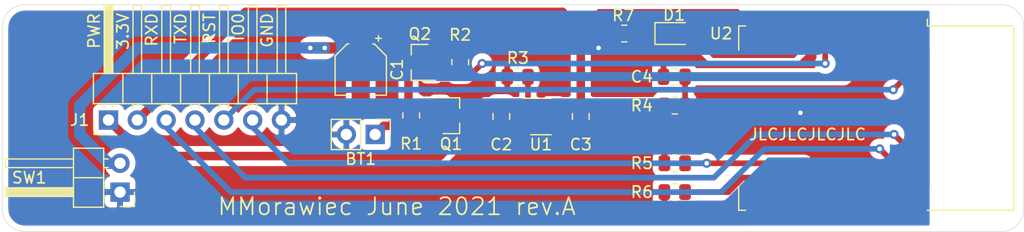
<source format=kicad_pcb>
(kicad_pcb (version 20171130) (host pcbnew "(5.1.10)-1")

  (general
    (thickness 1.6)
    (drawings 17)
    (tracks 106)
    (zones 0)
    (modules 19)
    (nets 22)
  )

  (page A4)
  (layers
    (0 F.Cu signal)
    (31 B.Cu signal)
    (33 F.Adhes user)
    (35 F.Paste user)
    (37 F.SilkS user)
    (38 B.Mask user)
    (39 F.Mask user)
    (40 Dwgs.User user)
    (41 Cmts.User user)
    (42 Eco1.User user)
    (43 Eco2.User user)
    (44 Edge.Cuts user)
    (45 Margin user)
    (46 B.CrtYd user)
    (47 F.CrtYd user)
    (49 F.Fab user)
  )

  (setup
    (last_trace_width 0.25)
    (user_trace_width 0.2)
    (user_trace_width 0.25)
    (user_trace_width 0.5)
    (user_trace_width 0.75)
    (user_trace_width 1)
    (trace_clearance 0.2)
    (zone_clearance 0.508)
    (zone_45_only no)
    (trace_min 0.2)
    (via_size 0.8)
    (via_drill 0.4)
    (via_min_size 0.4)
    (via_min_drill 0.3)
    (uvia_size 0.3)
    (uvia_drill 0.1)
    (uvias_allowed no)
    (uvia_min_size 0.2)
    (uvia_min_drill 0.1)
    (edge_width 0.05)
    (segment_width 0.2)
    (pcb_text_width 0.3)
    (pcb_text_size 1.5 1.5)
    (mod_edge_width 0.12)
    (mod_text_size 1 1)
    (mod_text_width 0.15)
    (pad_size 1.524 1.524)
    (pad_drill 0.762)
    (pad_to_mask_clearance 0)
    (aux_axis_origin 0 0)
    (visible_elements 7FFDFFFF)
    (pcbplotparams
      (layerselection 0x010e8_ffffffff)
      (usegerberextensions false)
      (usegerberattributes true)
      (usegerberadvancedattributes true)
      (creategerberjobfile true)
      (excludeedgelayer true)
      (linewidth 0.100000)
      (plotframeref false)
      (viasonmask false)
      (mode 1)
      (useauxorigin false)
      (hpglpennumber 1)
      (hpglpenspeed 20)
      (hpglpendiameter 15.000000)
      (psnegative false)
      (psa4output false)
      (plotreference true)
      (plotvalue true)
      (plotinvisibletext false)
      (padsonsilk false)
      (subtractmaskfromsilk false)
      (outputformat 1)
      (mirror false)
      (drillshape 0)
      (scaleselection 1)
      (outputdirectory ""))
  )

  (net 0 "")
  (net 1 GND)
  (net 2 "Net-(BT1-Pad1)")
  (net 3 "Net-(C1-Pad1)")
  (net 4 POWER_IN)
  (net 5 +3V3)
  (net 6 ENABLE)
  (net 7 LED_STATUS)
  (net 8 "Net-(D1-Pad1)")
  (net 9 UART_RXD)
  (net 10 UART_TXD)
  (net 11 POWER_HOLD)
  (net 12 RESET)
  (net 13 GPIO0)
  (net 14 GPIO15)
  (net 15 "Net-(U1-Pad4)")
  (net 16 "Net-(U2-Pad20)")
  (net 17 "Net-(U2-Pad19)")
  (net 18 "Net-(U2-Pad17)")
  (net 19 "Net-(U2-Pad7)")
  (net 20 "Net-(U2-Pad4)")
  (net 21 "Net-(U2-Pad2)")

  (net_class Default "This is the default net class."
    (clearance 0.2)
    (trace_width 0.25)
    (via_dia 0.8)
    (via_drill 0.4)
    (uvia_dia 0.3)
    (uvia_drill 0.1)
    (add_net +3V3)
    (add_net ENABLE)
    (add_net GND)
    (add_net GPIO0)
    (add_net GPIO15)
    (add_net LED_STATUS)
    (add_net "Net-(BT1-Pad1)")
    (add_net "Net-(C1-Pad1)")
    (add_net "Net-(D1-Pad1)")
    (add_net "Net-(U1-Pad4)")
    (add_net "Net-(U2-Pad17)")
    (add_net "Net-(U2-Pad19)")
    (add_net "Net-(U2-Pad2)")
    (add_net "Net-(U2-Pad20)")
    (add_net "Net-(U2-Pad4)")
    (add_net "Net-(U2-Pad7)")
    (add_net POWER_HOLD)
    (add_net POWER_IN)
    (add_net RESET)
    (add_net UART_RXD)
    (add_net UART_TXD)
  )

  (module Capacitor_SMD:CP_Elec_4x5.4 (layer F.Cu) (tedit 5BCA39CF) (tstamp 60AEC407)
    (at 132.08 85.725 270)
    (descr "SMD capacitor, aluminum electrolytic, Panasonic A5 / Nichicon, 4.0x5.4mm")
    (tags "capacitor electrolytic")
    (path /60955796)
    (attr smd)
    (fp_text reference C1 (at 0 -3.2 90) (layer F.SilkS)
      (effects (font (size 1 1) (thickness 0.15)))
    )
    (fp_text value 4u7 (at 0 3.2 90) (layer F.Fab)
      (effects (font (size 1 1) (thickness 0.15)))
    )
    (fp_text user %R (at 0 0 90) (layer F.Fab)
      (effects (font (size 0.8 0.8) (thickness 0.12)))
    )
    (fp_circle (center 0 0) (end 2 0) (layer F.Fab) (width 0.1))
    (fp_line (start 2.15 -2.15) (end 2.15 2.15) (layer F.Fab) (width 0.1))
    (fp_line (start -1.15 -2.15) (end 2.15 -2.15) (layer F.Fab) (width 0.1))
    (fp_line (start -1.15 2.15) (end 2.15 2.15) (layer F.Fab) (width 0.1))
    (fp_line (start -2.15 -1.15) (end -2.15 1.15) (layer F.Fab) (width 0.1))
    (fp_line (start -2.15 -1.15) (end -1.15 -2.15) (layer F.Fab) (width 0.1))
    (fp_line (start -2.15 1.15) (end -1.15 2.15) (layer F.Fab) (width 0.1))
    (fp_line (start -1.574773 -1) (end -1.174773 -1) (layer F.Fab) (width 0.1))
    (fp_line (start -1.374773 -1.2) (end -1.374773 -0.8) (layer F.Fab) (width 0.1))
    (fp_line (start 2.26 2.26) (end 2.26 1.06) (layer F.SilkS) (width 0.12))
    (fp_line (start 2.26 -2.26) (end 2.26 -1.06) (layer F.SilkS) (width 0.12))
    (fp_line (start -1.195563 -2.26) (end 2.26 -2.26) (layer F.SilkS) (width 0.12))
    (fp_line (start -1.195563 2.26) (end 2.26 2.26) (layer F.SilkS) (width 0.12))
    (fp_line (start -2.26 1.195563) (end -2.26 1.06) (layer F.SilkS) (width 0.12))
    (fp_line (start -2.26 -1.195563) (end -2.26 -1.06) (layer F.SilkS) (width 0.12))
    (fp_line (start -2.26 -1.195563) (end -1.195563 -2.26) (layer F.SilkS) (width 0.12))
    (fp_line (start -2.26 1.195563) (end -1.195563 2.26) (layer F.SilkS) (width 0.12))
    (fp_line (start -3 -1.56) (end -2.5 -1.56) (layer F.SilkS) (width 0.12))
    (fp_line (start -2.75 -1.81) (end -2.75 -1.31) (layer F.SilkS) (width 0.12))
    (fp_line (start 2.4 -2.4) (end 2.4 -1.05) (layer F.CrtYd) (width 0.05))
    (fp_line (start 2.4 -1.05) (end 3.35 -1.05) (layer F.CrtYd) (width 0.05))
    (fp_line (start 3.35 -1.05) (end 3.35 1.05) (layer F.CrtYd) (width 0.05))
    (fp_line (start 3.35 1.05) (end 2.4 1.05) (layer F.CrtYd) (width 0.05))
    (fp_line (start 2.4 1.05) (end 2.4 2.4) (layer F.CrtYd) (width 0.05))
    (fp_line (start -1.25 2.4) (end 2.4 2.4) (layer F.CrtYd) (width 0.05))
    (fp_line (start -1.25 -2.4) (end 2.4 -2.4) (layer F.CrtYd) (width 0.05))
    (fp_line (start -2.4 1.25) (end -1.25 2.4) (layer F.CrtYd) (width 0.05))
    (fp_line (start -2.4 -1.25) (end -1.25 -2.4) (layer F.CrtYd) (width 0.05))
    (fp_line (start -2.4 -1.25) (end -2.4 -1.05) (layer F.CrtYd) (width 0.05))
    (fp_line (start -2.4 1.05) (end -2.4 1.25) (layer F.CrtYd) (width 0.05))
    (fp_line (start -2.4 -1.05) (end -3.35 -1.05) (layer F.CrtYd) (width 0.05))
    (fp_line (start -3.35 -1.05) (end -3.35 1.05) (layer F.CrtYd) (width 0.05))
    (fp_line (start -3.35 1.05) (end -2.4 1.05) (layer F.CrtYd) (width 0.05))
    (pad 2 smd roundrect (at 1.8 0 270) (size 2.6 1.6) (layers F.Cu F.Paste F.Mask) (roundrect_rratio 0.15625)
      (net 1 GND))
    (pad 1 smd roundrect (at -1.8 0 270) (size 2.6 1.6) (layers F.Cu F.Paste F.Mask) (roundrect_rratio 0.15625)
      (net 3 "Net-(C1-Pad1)"))
    (model ${KISYS3DMOD}/Capacitor_SMD.3dshapes/CP_Elec_4x5.4.wrl
      (at (xyz 0 0 0))
      (scale (xyz 1 1 1))
      (rotate (xyz 0 0 0))
    )
  )

  (module Connector_PinHeader_2.54mm:PinHeader_1x07_P2.54mm_Horizontal (layer F.Cu) (tedit 59FED5CB) (tstamp 60B3E47A)
    (at 109.855 90.17 90)
    (descr "Through hole angled pin header, 1x07, 2.54mm pitch, 6mm pin length, single row")
    (tags "Through hole angled pin header THT 1x07 2.54mm single row")
    (path /60B01EEC)
    (fp_text reference J1 (at 0 -2.54 180) (layer F.SilkS)
      (effects (font (size 1 1) (thickness 0.15)))
    )
    (fp_text value Conn_01x07 (at 4.385 17.51 90) (layer F.Fab)
      (effects (font (size 1 1) (thickness 0.15)))
    )
    (fp_line (start 2.135 -1.27) (end 4.04 -1.27) (layer F.Fab) (width 0.1))
    (fp_line (start 4.04 -1.27) (end 4.04 16.51) (layer F.Fab) (width 0.1))
    (fp_line (start 4.04 16.51) (end 1.5 16.51) (layer F.Fab) (width 0.1))
    (fp_line (start 1.5 16.51) (end 1.5 -0.635) (layer F.Fab) (width 0.1))
    (fp_line (start 1.5 -0.635) (end 2.135 -1.27) (layer F.Fab) (width 0.1))
    (fp_line (start -0.32 -0.32) (end 1.5 -0.32) (layer F.Fab) (width 0.1))
    (fp_line (start -0.32 -0.32) (end -0.32 0.32) (layer F.Fab) (width 0.1))
    (fp_line (start -0.32 0.32) (end 1.5 0.32) (layer F.Fab) (width 0.1))
    (fp_line (start 4.04 -0.32) (end 10.04 -0.32) (layer F.Fab) (width 0.1))
    (fp_line (start 10.04 -0.32) (end 10.04 0.32) (layer F.Fab) (width 0.1))
    (fp_line (start 4.04 0.32) (end 10.04 0.32) (layer F.Fab) (width 0.1))
    (fp_line (start -0.32 2.22) (end 1.5 2.22) (layer F.Fab) (width 0.1))
    (fp_line (start -0.32 2.22) (end -0.32 2.86) (layer F.Fab) (width 0.1))
    (fp_line (start -0.32 2.86) (end 1.5 2.86) (layer F.Fab) (width 0.1))
    (fp_line (start 4.04 2.22) (end 10.04 2.22) (layer F.Fab) (width 0.1))
    (fp_line (start 10.04 2.22) (end 10.04 2.86) (layer F.Fab) (width 0.1))
    (fp_line (start 4.04 2.86) (end 10.04 2.86) (layer F.Fab) (width 0.1))
    (fp_line (start -0.32 4.76) (end 1.5 4.76) (layer F.Fab) (width 0.1))
    (fp_line (start -0.32 4.76) (end -0.32 5.4) (layer F.Fab) (width 0.1))
    (fp_line (start -0.32 5.4) (end 1.5 5.4) (layer F.Fab) (width 0.1))
    (fp_line (start 4.04 4.76) (end 10.04 4.76) (layer F.Fab) (width 0.1))
    (fp_line (start 10.04 4.76) (end 10.04 5.4) (layer F.Fab) (width 0.1))
    (fp_line (start 4.04 5.4) (end 10.04 5.4) (layer F.Fab) (width 0.1))
    (fp_line (start -0.32 7.3) (end 1.5 7.3) (layer F.Fab) (width 0.1))
    (fp_line (start -0.32 7.3) (end -0.32 7.94) (layer F.Fab) (width 0.1))
    (fp_line (start -0.32 7.94) (end 1.5 7.94) (layer F.Fab) (width 0.1))
    (fp_line (start 4.04 7.3) (end 10.04 7.3) (layer F.Fab) (width 0.1))
    (fp_line (start 10.04 7.3) (end 10.04 7.94) (layer F.Fab) (width 0.1))
    (fp_line (start 4.04 7.94) (end 10.04 7.94) (layer F.Fab) (width 0.1))
    (fp_line (start -0.32 9.84) (end 1.5 9.84) (layer F.Fab) (width 0.1))
    (fp_line (start -0.32 9.84) (end -0.32 10.48) (layer F.Fab) (width 0.1))
    (fp_line (start -0.32 10.48) (end 1.5 10.48) (layer F.Fab) (width 0.1))
    (fp_line (start 4.04 9.84) (end 10.04 9.84) (layer F.Fab) (width 0.1))
    (fp_line (start 10.04 9.84) (end 10.04 10.48) (layer F.Fab) (width 0.1))
    (fp_line (start 4.04 10.48) (end 10.04 10.48) (layer F.Fab) (width 0.1))
    (fp_line (start -0.32 12.38) (end 1.5 12.38) (layer F.Fab) (width 0.1))
    (fp_line (start -0.32 12.38) (end -0.32 13.02) (layer F.Fab) (width 0.1))
    (fp_line (start -0.32 13.02) (end 1.5 13.02) (layer F.Fab) (width 0.1))
    (fp_line (start 4.04 12.38) (end 10.04 12.38) (layer F.Fab) (width 0.1))
    (fp_line (start 10.04 12.38) (end 10.04 13.02) (layer F.Fab) (width 0.1))
    (fp_line (start 4.04 13.02) (end 10.04 13.02) (layer F.Fab) (width 0.1))
    (fp_line (start -0.32 14.92) (end 1.5 14.92) (layer F.Fab) (width 0.1))
    (fp_line (start -0.32 14.92) (end -0.32 15.56) (layer F.Fab) (width 0.1))
    (fp_line (start -0.32 15.56) (end 1.5 15.56) (layer F.Fab) (width 0.1))
    (fp_line (start 4.04 14.92) (end 10.04 14.92) (layer F.Fab) (width 0.1))
    (fp_line (start 10.04 14.92) (end 10.04 15.56) (layer F.Fab) (width 0.1))
    (fp_line (start 4.04 15.56) (end 10.04 15.56) (layer F.Fab) (width 0.1))
    (fp_line (start 1.44 -1.33) (end 1.44 16.57) (layer F.SilkS) (width 0.12))
    (fp_line (start 1.44 16.57) (end 4.1 16.57) (layer F.SilkS) (width 0.12))
    (fp_line (start 4.1 16.57) (end 4.1 -1.33) (layer F.SilkS) (width 0.12))
    (fp_line (start 4.1 -1.33) (end 1.44 -1.33) (layer F.SilkS) (width 0.12))
    (fp_line (start 4.1 -0.38) (end 10.1 -0.38) (layer F.SilkS) (width 0.12))
    (fp_line (start 10.1 -0.38) (end 10.1 0.38) (layer F.SilkS) (width 0.12))
    (fp_line (start 10.1 0.38) (end 4.1 0.38) (layer F.SilkS) (width 0.12))
    (fp_line (start 4.1 -0.32) (end 10.1 -0.32) (layer F.SilkS) (width 0.12))
    (fp_line (start 4.1 -0.2) (end 10.1 -0.2) (layer F.SilkS) (width 0.12))
    (fp_line (start 4.1 -0.08) (end 10.1 -0.08) (layer F.SilkS) (width 0.12))
    (fp_line (start 4.1 0.04) (end 10.1 0.04) (layer F.SilkS) (width 0.12))
    (fp_line (start 4.1 0.16) (end 10.1 0.16) (layer F.SilkS) (width 0.12))
    (fp_line (start 4.1 0.28) (end 10.1 0.28) (layer F.SilkS) (width 0.12))
    (fp_line (start 1.11 -0.38) (end 1.44 -0.38) (layer F.SilkS) (width 0.12))
    (fp_line (start 1.11 0.38) (end 1.44 0.38) (layer F.SilkS) (width 0.12))
    (fp_line (start 1.44 1.27) (end 4.1 1.27) (layer F.SilkS) (width 0.12))
    (fp_line (start 4.1 2.16) (end 10.1 2.16) (layer F.SilkS) (width 0.12))
    (fp_line (start 10.1 2.16) (end 10.1 2.92) (layer F.SilkS) (width 0.12))
    (fp_line (start 10.1 2.92) (end 4.1 2.92) (layer F.SilkS) (width 0.12))
    (fp_line (start 1.042929 2.16) (end 1.44 2.16) (layer F.SilkS) (width 0.12))
    (fp_line (start 1.042929 2.92) (end 1.44 2.92) (layer F.SilkS) (width 0.12))
    (fp_line (start 1.44 3.81) (end 4.1 3.81) (layer F.SilkS) (width 0.12))
    (fp_line (start 4.1 4.7) (end 10.1 4.7) (layer F.SilkS) (width 0.12))
    (fp_line (start 10.1 4.7) (end 10.1 5.46) (layer F.SilkS) (width 0.12))
    (fp_line (start 10.1 5.46) (end 4.1 5.46) (layer F.SilkS) (width 0.12))
    (fp_line (start 1.042929 4.7) (end 1.44 4.7) (layer F.SilkS) (width 0.12))
    (fp_line (start 1.042929 5.46) (end 1.44 5.46) (layer F.SilkS) (width 0.12))
    (fp_line (start 1.44 6.35) (end 4.1 6.35) (layer F.SilkS) (width 0.12))
    (fp_line (start 4.1 7.24) (end 10.1 7.24) (layer F.SilkS) (width 0.12))
    (fp_line (start 10.1 7.24) (end 10.1 8) (layer F.SilkS) (width 0.12))
    (fp_line (start 10.1 8) (end 4.1 8) (layer F.SilkS) (width 0.12))
    (fp_line (start 1.042929 7.24) (end 1.44 7.24) (layer F.SilkS) (width 0.12))
    (fp_line (start 1.042929 8) (end 1.44 8) (layer F.SilkS) (width 0.12))
    (fp_line (start 1.44 8.89) (end 4.1 8.89) (layer F.SilkS) (width 0.12))
    (fp_line (start 4.1 9.78) (end 10.1 9.78) (layer F.SilkS) (width 0.12))
    (fp_line (start 10.1 9.78) (end 10.1 10.54) (layer F.SilkS) (width 0.12))
    (fp_line (start 10.1 10.54) (end 4.1 10.54) (layer F.SilkS) (width 0.12))
    (fp_line (start 1.042929 9.78) (end 1.44 9.78) (layer F.SilkS) (width 0.12))
    (fp_line (start 1.042929 10.54) (end 1.44 10.54) (layer F.SilkS) (width 0.12))
    (fp_line (start 1.44 11.43) (end 4.1 11.43) (layer F.SilkS) (width 0.12))
    (fp_line (start 4.1 12.32) (end 10.1 12.32) (layer F.SilkS) (width 0.12))
    (fp_line (start 10.1 12.32) (end 10.1 13.08) (layer F.SilkS) (width 0.12))
    (fp_line (start 10.1 13.08) (end 4.1 13.08) (layer F.SilkS) (width 0.12))
    (fp_line (start 1.042929 12.32) (end 1.44 12.32) (layer F.SilkS) (width 0.12))
    (fp_line (start 1.042929 13.08) (end 1.44 13.08) (layer F.SilkS) (width 0.12))
    (fp_line (start 1.44 13.97) (end 4.1 13.97) (layer F.SilkS) (width 0.12))
    (fp_line (start 4.1 14.86) (end 10.1 14.86) (layer F.SilkS) (width 0.12))
    (fp_line (start 10.1 14.86) (end 10.1 15.62) (layer F.SilkS) (width 0.12))
    (fp_line (start 10.1 15.62) (end 4.1 15.62) (layer F.SilkS) (width 0.12))
    (fp_line (start 1.042929 14.86) (end 1.44 14.86) (layer F.SilkS) (width 0.12))
    (fp_line (start 1.042929 15.62) (end 1.44 15.62) (layer F.SilkS) (width 0.12))
    (fp_line (start -1.27 0) (end -1.27 -1.27) (layer F.SilkS) (width 0.12))
    (fp_line (start -1.27 -1.27) (end 0 -1.27) (layer F.SilkS) (width 0.12))
    (fp_line (start -1.8 -1.8) (end -1.8 17.05) (layer F.CrtYd) (width 0.05))
    (fp_line (start -1.8 17.05) (end 10.55 17.05) (layer F.CrtYd) (width 0.05))
    (fp_line (start 10.55 17.05) (end 10.55 -1.8) (layer F.CrtYd) (width 0.05))
    (fp_line (start 10.55 -1.8) (end -1.8 -1.8) (layer F.CrtYd) (width 0.05))
    (fp_text user %R (at 2.77 7.62) (layer F.Fab)
      (effects (font (size 1 1) (thickness 0.15)))
    )
    (pad 7 thru_hole oval (at 0 15.24 90) (size 1.7 1.7) (drill 1) (layers *.Cu *.Mask)
      (net 1 GND))
    (pad 6 thru_hole oval (at 0 12.7 90) (size 1.7 1.7) (drill 1) (layers *.Cu *.Mask)
      (net 13 GPIO0))
    (pad 5 thru_hole oval (at 0 10.16 90) (size 1.7 1.7) (drill 1) (layers *.Cu *.Mask)
      (net 12 RESET))
    (pad 4 thru_hole oval (at 0 7.62 90) (size 1.7 1.7) (drill 1) (layers *.Cu *.Mask)
      (net 10 UART_TXD))
    (pad 3 thru_hole oval (at 0 5.08 90) (size 1.7 1.7) (drill 1) (layers *.Cu *.Mask)
      (net 9 UART_RXD))
    (pad 2 thru_hole oval (at 0 2.54 90) (size 1.7 1.7) (drill 1) (layers *.Cu *.Mask)
      (net 5 +3V3))
    (pad 1 thru_hole rect (at 0 0 90) (size 1.7 1.7) (drill 1) (layers *.Cu *.Mask)
      (net 4 POWER_IN))
    (model ${KISYS3DMOD}/Connector_PinHeader_2.54mm.3dshapes/PinHeader_1x07_P2.54mm_Horizontal.wrl
      (at (xyz 0 0 0))
      (scale (xyz 1 1 1))
      (rotate (xyz 0 0 0))
    )
  )

  (module Connector_PinHeader_2.54mm:PinHeader_1x02_P2.54mm_Vertical (layer F.Cu) (tedit 59FED5CC) (tstamp 60AEC891)
    (at 133.35 91.44 270)
    (descr "Through hole straight pin header, 1x02, 2.54mm pitch, single row")
    (tags "Through hole pin header THT 1x02 2.54mm single row")
    (path /609072D6)
    (fp_text reference BT1 (at 2.159 1.27 180) (layer F.SilkS)
      (effects (font (size 1 1) (thickness 0.15)))
    )
    (fp_text value Li-Ion (at 0 4.87 90) (layer F.Fab)
      (effects (font (size 1 1) (thickness 0.15)))
    )
    (fp_line (start -0.635 -1.27) (end 1.27 -1.27) (layer F.Fab) (width 0.1))
    (fp_line (start 1.27 -1.27) (end 1.27 3.81) (layer F.Fab) (width 0.1))
    (fp_line (start 1.27 3.81) (end -1.27 3.81) (layer F.Fab) (width 0.1))
    (fp_line (start -1.27 3.81) (end -1.27 -0.635) (layer F.Fab) (width 0.1))
    (fp_line (start -1.27 -0.635) (end -0.635 -1.27) (layer F.Fab) (width 0.1))
    (fp_line (start -1.33 3.87) (end 1.33 3.87) (layer F.SilkS) (width 0.12))
    (fp_line (start -1.33 1.27) (end -1.33 3.87) (layer F.SilkS) (width 0.12))
    (fp_line (start 1.33 1.27) (end 1.33 3.87) (layer F.SilkS) (width 0.12))
    (fp_line (start -1.33 1.27) (end 1.33 1.27) (layer F.SilkS) (width 0.12))
    (fp_line (start -1.33 0) (end -1.33 -1.33) (layer F.SilkS) (width 0.12))
    (fp_line (start -1.33 -1.33) (end 0 -1.33) (layer F.SilkS) (width 0.12))
    (fp_line (start -1.8 -1.8) (end -1.8 4.35) (layer F.CrtYd) (width 0.05))
    (fp_line (start -1.8 4.35) (end 1.8 4.35) (layer F.CrtYd) (width 0.05))
    (fp_line (start 1.8 4.35) (end 1.8 -1.8) (layer F.CrtYd) (width 0.05))
    (fp_line (start 1.8 -1.8) (end -1.8 -1.8) (layer F.CrtYd) (width 0.05))
    (fp_text user %R (at 0 1.27) (layer F.Fab)
      (effects (font (size 1 1) (thickness 0.15)))
    )
    (pad 2 thru_hole oval (at 0 2.54 270) (size 1.7 1.7) (drill 1) (layers *.Cu *.Mask)
      (net 1 GND))
    (pad 1 thru_hole rect (at 0 0 270) (size 1.7 1.7) (drill 1) (layers *.Cu *.Mask)
      (net 2 "Net-(BT1-Pad1)"))
    (model ${KISYS3DMOD}/Connector_PinHeader_2.54mm.3dshapes/PinHeader_1x02_P2.54mm_Vertical.wrl
      (at (xyz 0 0 0))
      (scale (xyz 1 1 1))
      (rotate (xyz 0 0 0))
    )
  )

  (module Connector_PinHeader_2.54mm:PinHeader_1x02_P2.54mm_Horizontal (layer F.Cu) (tedit 59FED5CB) (tstamp 60989E75)
    (at 110.871 96.52 180)
    (descr "Through hole angled pin header, 1x02, 2.54mm pitch, 6mm pin length, single row")
    (tags "Through hole angled pin header THT 1x02 2.54mm single row")
    (path /60931969)
    (fp_text reference SW1 (at 8.001 1.27) (layer F.SilkS)
      (effects (font (size 1 1) (thickness 0.15)))
    )
    (fp_text value On (at 4.385 4.81) (layer F.Fab)
      (effects (font (size 1 1) (thickness 0.15)))
    )
    (fp_line (start 10.55 -1.8) (end -1.8 -1.8) (layer F.CrtYd) (width 0.05))
    (fp_line (start 10.55 4.35) (end 10.55 -1.8) (layer F.CrtYd) (width 0.05))
    (fp_line (start -1.8 4.35) (end 10.55 4.35) (layer F.CrtYd) (width 0.05))
    (fp_line (start -1.8 -1.8) (end -1.8 4.35) (layer F.CrtYd) (width 0.05))
    (fp_line (start -1.27 -1.27) (end 0 -1.27) (layer F.SilkS) (width 0.12))
    (fp_line (start -1.27 0) (end -1.27 -1.27) (layer F.SilkS) (width 0.12))
    (fp_line (start 1.042929 2.92) (end 1.44 2.92) (layer F.SilkS) (width 0.12))
    (fp_line (start 1.042929 2.16) (end 1.44 2.16) (layer F.SilkS) (width 0.12))
    (fp_line (start 10.1 2.92) (end 4.1 2.92) (layer F.SilkS) (width 0.12))
    (fp_line (start 10.1 2.16) (end 10.1 2.92) (layer F.SilkS) (width 0.12))
    (fp_line (start 4.1 2.16) (end 10.1 2.16) (layer F.SilkS) (width 0.12))
    (fp_line (start 1.44 1.27) (end 4.1 1.27) (layer F.SilkS) (width 0.12))
    (fp_line (start 1.11 0.38) (end 1.44 0.38) (layer F.SilkS) (width 0.12))
    (fp_line (start 1.11 -0.38) (end 1.44 -0.38) (layer F.SilkS) (width 0.12))
    (fp_line (start 4.1 0.28) (end 10.1 0.28) (layer F.SilkS) (width 0.12))
    (fp_line (start 4.1 0.16) (end 10.1 0.16) (layer F.SilkS) (width 0.12))
    (fp_line (start 4.1 0.04) (end 10.1 0.04) (layer F.SilkS) (width 0.12))
    (fp_line (start 4.1 -0.08) (end 10.1 -0.08) (layer F.SilkS) (width 0.12))
    (fp_line (start 4.1 -0.2) (end 10.1 -0.2) (layer F.SilkS) (width 0.12))
    (fp_line (start 4.1 -0.32) (end 10.1 -0.32) (layer F.SilkS) (width 0.12))
    (fp_line (start 10.1 0.38) (end 4.1 0.38) (layer F.SilkS) (width 0.12))
    (fp_line (start 10.1 -0.38) (end 10.1 0.38) (layer F.SilkS) (width 0.12))
    (fp_line (start 4.1 -0.38) (end 10.1 -0.38) (layer F.SilkS) (width 0.12))
    (fp_line (start 4.1 -1.33) (end 1.44 -1.33) (layer F.SilkS) (width 0.12))
    (fp_line (start 4.1 3.87) (end 4.1 -1.33) (layer F.SilkS) (width 0.12))
    (fp_line (start 1.44 3.87) (end 4.1 3.87) (layer F.SilkS) (width 0.12))
    (fp_line (start 1.44 -1.33) (end 1.44 3.87) (layer F.SilkS) (width 0.12))
    (fp_line (start 4.04 2.86) (end 10.04 2.86) (layer F.Fab) (width 0.1))
    (fp_line (start 10.04 2.22) (end 10.04 2.86) (layer F.Fab) (width 0.1))
    (fp_line (start 4.04 2.22) (end 10.04 2.22) (layer F.Fab) (width 0.1))
    (fp_line (start -0.32 2.86) (end 1.5 2.86) (layer F.Fab) (width 0.1))
    (fp_line (start -0.32 2.22) (end -0.32 2.86) (layer F.Fab) (width 0.1))
    (fp_line (start -0.32 2.22) (end 1.5 2.22) (layer F.Fab) (width 0.1))
    (fp_line (start 4.04 0.32) (end 10.04 0.32) (layer F.Fab) (width 0.1))
    (fp_line (start 10.04 -0.32) (end 10.04 0.32) (layer F.Fab) (width 0.1))
    (fp_line (start 4.04 -0.32) (end 10.04 -0.32) (layer F.Fab) (width 0.1))
    (fp_line (start -0.32 0.32) (end 1.5 0.32) (layer F.Fab) (width 0.1))
    (fp_line (start -0.32 -0.32) (end -0.32 0.32) (layer F.Fab) (width 0.1))
    (fp_line (start -0.32 -0.32) (end 1.5 -0.32) (layer F.Fab) (width 0.1))
    (fp_line (start 1.5 -0.635) (end 2.135 -1.27) (layer F.Fab) (width 0.1))
    (fp_line (start 1.5 3.81) (end 1.5 -0.635) (layer F.Fab) (width 0.1))
    (fp_line (start 4.04 3.81) (end 1.5 3.81) (layer F.Fab) (width 0.1))
    (fp_line (start 4.04 -1.27) (end 4.04 3.81) (layer F.Fab) (width 0.1))
    (fp_line (start 2.135 -1.27) (end 4.04 -1.27) (layer F.Fab) (width 0.1))
    (fp_text user %R (at 2.77 1.27 90) (layer F.Fab)
      (effects (font (size 1 1) (thickness 0.15)))
    )
    (pad 2 thru_hole oval (at 0 2.54 180) (size 1.7 1.7) (drill 1) (layers *.Cu *.Mask)
      (net 3 "Net-(C1-Pad1)"))
    (pad 1 thru_hole rect (at 0 0 180) (size 1.7 1.7) (drill 1) (layers *.Cu *.Mask)
      (net 1 GND))
    (model ${KISYS3DMOD}/Connector_PinHeader_2.54mm.3dshapes/PinHeader_1x02_P2.54mm_Horizontal.wrl
      (at (xyz 0 0 0))
      (scale (xyz 1 1 1))
      (rotate (xyz 0 0 0))
    )
  )

  (module RF_Module:ESP-12E (layer F.Cu) (tedit 60A96E62) (tstamp 60989EC5)
    (at 177.5 90 270)
    (descr "Wi-Fi Module, http://wiki.ai-thinker.com/_media/esp8266/docs/aithinker_esp_12f_datasheet_en.pdf")
    (tags "Wi-Fi Module")
    (path /60903FE4)
    (attr smd)
    (fp_text reference U2 (at -7.45 13.67 180) (layer F.SilkS)
      (effects (font (size 1 1) (thickness 0.15)))
    )
    (fp_text value ESP-12E (at -0.06 -12.78 270) (layer F.Fab)
      (effects (font (size 1 1) (thickness 0.15)))
    )
    (fp_line (start 5.56 -4.8) (end 8.12 -7.36) (layer Dwgs.User) (width 0.12))
    (fp_line (start 2.56 -4.8) (end 8.12 -10.36) (layer Dwgs.User) (width 0.12))
    (fp_line (start -0.44 -4.8) (end 6.88 -12.12) (layer Dwgs.User) (width 0.12))
    (fp_line (start -3.44 -4.8) (end 3.88 -12.12) (layer Dwgs.User) (width 0.12))
    (fp_line (start -6.44 -4.8) (end 0.88 -12.12) (layer Dwgs.User) (width 0.12))
    (fp_line (start -8.12 -6.12) (end -2.12 -12.12) (layer Dwgs.User) (width 0.12))
    (fp_line (start -8.12 -9.12) (end -5.12 -12.12) (layer Dwgs.User) (width 0.12))
    (fp_line (start -8.12 -4.8) (end -8.12 -12.12) (layer Dwgs.User) (width 0.12))
    (fp_line (start 8.12 -4.8) (end -8.12 -4.8) (layer Dwgs.User) (width 0.12))
    (fp_line (start 8.12 -12.12) (end 8.12 -4.8) (layer Dwgs.User) (width 0.12))
    (fp_line (start -8.12 -12.12) (end 8.12 -12.12) (layer Dwgs.User) (width 0.12))
    (fp_line (start -8.12 -4.5) (end -8.73 -4.5) (layer F.SilkS) (width 0.12))
    (fp_line (start -8.12 -4.5) (end -8.12 -12.12) (layer F.SilkS) (width 0.12))
    (fp_line (start -8.12 12.12) (end -8.12 11.5) (layer F.SilkS) (width 0.12))
    (fp_line (start -6 12.12) (end -8.12 12.12) (layer F.SilkS) (width 0.12))
    (fp_line (start 8.12 12.12) (end 6 12.12) (layer F.SilkS) (width 0.12))
    (fp_line (start 8.12 11.5) (end 8.12 12.12) (layer F.SilkS) (width 0.12))
    (fp_line (start 8.12 -12.12) (end 8.12 -4.5) (layer F.SilkS) (width 0.12))
    (fp_line (start -8.12 -12.12) (end 8.12 -12.12) (layer F.SilkS) (width 0.12))
    (fp_line (start -9.05 13.1) (end -9.05 -12.2) (layer F.CrtYd) (width 0.05))
    (fp_line (start 9.05 13.1) (end -9.05 13.1) (layer F.CrtYd) (width 0.05))
    (fp_line (start 9.05 -12.2) (end 9.05 13.1) (layer F.CrtYd) (width 0.05))
    (fp_line (start -9.05 -12.2) (end 9.05 -12.2) (layer F.CrtYd) (width 0.05))
    (fp_line (start -8 -4) (end -8 -12) (layer F.Fab) (width 0.12))
    (fp_line (start -7.5 -3.5) (end -8 -4) (layer F.Fab) (width 0.12))
    (fp_line (start -8 -3) (end -7.5 -3.5) (layer F.Fab) (width 0.12))
    (fp_line (start -8 12) (end -8 -3) (layer F.Fab) (width 0.12))
    (fp_line (start 8 12) (end -8 12) (layer F.Fab) (width 0.12))
    (fp_line (start 8 -12) (end 8 12) (layer F.Fab) (width 0.12))
    (fp_line (start -8 -12) (end 8 -12) (layer F.Fab) (width 0.12))
    (fp_text user %R (at 0.49 -0.8 270) (layer F.Fab)
      (effects (font (size 1 1) (thickness 0.15)))
    )
    (fp_text user "KEEP-OUT ZONE" (at 0.03 -9.55 90) (layer Cmts.User)
      (effects (font (size 1 1) (thickness 0.15)))
    )
    (fp_text user Antenna (at -0.06 -7 90) (layer Cmts.User)
      (effects (font (size 1 1) (thickness 0.15)))
    )
    (pad 22 smd rect (at 7.6 -3.5 270) (size 2.5 1) (layers F.Cu F.Paste F.Mask)
      (net 10 UART_TXD))
    (pad 21 smd rect (at 7.6 -1.5 270) (size 2.5 1) (layers F.Cu F.Paste F.Mask)
      (net 9 UART_RXD))
    (pad 20 smd rect (at 7.6 0.5 270) (size 2.5 1) (layers F.Cu F.Paste F.Mask)
      (net 16 "Net-(U2-Pad20)"))
    (pad 19 smd rect (at 7.6 2.5 270) (size 2.5 1) (layers F.Cu F.Paste F.Mask)
      (net 17 "Net-(U2-Pad19)"))
    (pad 18 smd rect (at 7.6 4.5 270) (size 2.5 1) (layers F.Cu F.Paste F.Mask)
      (net 13 GPIO0))
    (pad 17 smd rect (at 7.6 6.5 270) (size 2.5 1) (layers F.Cu F.Paste F.Mask)
      (net 18 "Net-(U2-Pad17)"))
    (pad 16 smd rect (at 7.6 8.5 270) (size 2.5 1) (layers F.Cu F.Paste F.Mask)
      (net 14 GPIO15))
    (pad 15 smd rect (at 7.6 10.5 270) (size 2.5 1) (layers F.Cu F.Paste F.Mask)
      (net 1 GND))
    (pad 8 smd rect (at -7.6 10.5 270) (size 2.5 1) (layers F.Cu F.Paste F.Mask)
      (net 5 +3V3))
    (pad 7 smd rect (at -7.6 8.5 270) (size 2.5 1) (layers F.Cu F.Paste F.Mask)
      (net 19 "Net-(U2-Pad7)"))
    (pad 6 smd rect (at -7.6 6.5 270) (size 2.5 1) (layers F.Cu F.Paste F.Mask)
      (net 7 LED_STATUS))
    (pad 5 smd rect (at -7.6 4.5 270) (size 2.5 1) (layers F.Cu F.Paste F.Mask)
      (net 11 POWER_HOLD))
    (pad 4 smd rect (at -7.6 2.5 270) (size 2.5 1) (layers F.Cu F.Paste F.Mask)
      (net 20 "Net-(U2-Pad4)"))
    (pad 3 smd rect (at -7.6 0.5 270) (size 2.5 1) (layers F.Cu F.Paste F.Mask)
      (net 6 ENABLE))
    (pad 2 smd rect (at -7.6 -1.5 270) (size 2.5 1) (layers F.Cu F.Paste F.Mask)
      (net 21 "Net-(U2-Pad2)"))
    (pad 1 smd rect (at -7.6 -3.5 270) (size 2.5 1) (layers F.Cu F.Paste F.Mask)
      (net 12 RESET))
    (model ${KISYS3DMOD}/RF_Module.3dshapes/ESP-12E.wrl
      (at (xyz 0 0 0))
      (scale (xyz 1 1 1))
      (rotate (xyz 0 0 0))
    )
  )

  (module Package_TO_SOT_SMD:SOT-23-5 (layer F.Cu) (tedit 5A02FF57) (tstamp 60989E8A)
    (at 147.965 89.855)
    (descr "5-pin SOT23 package")
    (tags SOT-23-5)
    (path /60936F34)
    (attr smd)
    (fp_text reference U1 (at -0.01 2.474) (layer F.SilkS)
      (effects (font (size 1 1) (thickness 0.15)))
    )
    (fp_text value RT9013-33 (at 0 2.9) (layer F.Fab)
      (effects (font (size 1 1) (thickness 0.15)))
    )
    (fp_line (start 0.9 -1.55) (end 0.9 1.55) (layer F.Fab) (width 0.1))
    (fp_line (start 0.9 1.55) (end -0.9 1.55) (layer F.Fab) (width 0.1))
    (fp_line (start -0.9 -0.9) (end -0.9 1.55) (layer F.Fab) (width 0.1))
    (fp_line (start 0.9 -1.55) (end -0.25 -1.55) (layer F.Fab) (width 0.1))
    (fp_line (start -0.9 -0.9) (end -0.25 -1.55) (layer F.Fab) (width 0.1))
    (fp_line (start -1.9 1.8) (end -1.9 -1.8) (layer F.CrtYd) (width 0.05))
    (fp_line (start 1.9 1.8) (end -1.9 1.8) (layer F.CrtYd) (width 0.05))
    (fp_line (start 1.9 -1.8) (end 1.9 1.8) (layer F.CrtYd) (width 0.05))
    (fp_line (start -1.9 -1.8) (end 1.9 -1.8) (layer F.CrtYd) (width 0.05))
    (fp_line (start 0.9 -1.61) (end -1.55 -1.61) (layer F.SilkS) (width 0.12))
    (fp_line (start -0.9 1.61) (end 0.9 1.61) (layer F.SilkS) (width 0.12))
    (fp_text user %R (at 0 0 90) (layer F.Fab)
      (effects (font (size 0.5 0.5) (thickness 0.075)))
    )
    (pad 5 smd rect (at 1.1 -0.95) (size 1.06 0.65) (layers F.Cu F.Paste F.Mask)
      (net 5 +3V3))
    (pad 4 smd rect (at 1.1 0.95) (size 1.06 0.65) (layers F.Cu F.Paste F.Mask)
      (net 15 "Net-(U1-Pad4)"))
    (pad 3 smd rect (at -1.1 0.95) (size 1.06 0.65) (layers F.Cu F.Paste F.Mask)
      (net 4 POWER_IN))
    (pad 2 smd rect (at -1.1 0) (size 1.06 0.65) (layers F.Cu F.Paste F.Mask)
      (net 1 GND))
    (pad 1 smd rect (at -1.1 -0.95) (size 1.06 0.65) (layers F.Cu F.Paste F.Mask)
      (net 4 POWER_IN))
    (model ${KISYS3DMOD}/Package_TO_SOT_SMD.3dshapes/SOT-23-5.wrl
      (at (xyz 0 0 0))
      (scale (xyz 1 1 1))
      (rotate (xyz 0 0 0))
    )
  )

  (module Resistor_SMD:R_0805_2012Metric (layer F.Cu) (tedit 5F68FEEE) (tstamp 60B3BDAB)
    (at 155.2975 82.55)
    (descr "Resistor SMD 0805 (2012 Metric), square (rectangular) end terminal, IPC_7351 nominal, (Body size source: IPC-SM-782 page 72, https://www.pcb-3d.com/wordpress/wp-content/uploads/ipc-sm-782a_amendment_1_and_2.pdf), generated with kicad-footprint-generator")
    (tags resistor)
    (path /6095AADF)
    (attr smd)
    (fp_text reference R7 (at -0.0875 -1.6) (layer F.SilkS)
      (effects (font (size 1 1) (thickness 0.15)))
    )
    (fp_text value 220 (at 0 1.65) (layer F.Fab)
      (effects (font (size 1 1) (thickness 0.15)))
    )
    (fp_line (start 1.68 0.95) (end -1.68 0.95) (layer F.CrtYd) (width 0.05))
    (fp_line (start 1.68 -0.95) (end 1.68 0.95) (layer F.CrtYd) (width 0.05))
    (fp_line (start -1.68 -0.95) (end 1.68 -0.95) (layer F.CrtYd) (width 0.05))
    (fp_line (start -1.68 0.95) (end -1.68 -0.95) (layer F.CrtYd) (width 0.05))
    (fp_line (start -0.227064 0.735) (end 0.227064 0.735) (layer F.SilkS) (width 0.12))
    (fp_line (start -0.227064 -0.735) (end 0.227064 -0.735) (layer F.SilkS) (width 0.12))
    (fp_line (start 1 0.625) (end -1 0.625) (layer F.Fab) (width 0.1))
    (fp_line (start 1 -0.625) (end 1 0.625) (layer F.Fab) (width 0.1))
    (fp_line (start -1 -0.625) (end 1 -0.625) (layer F.Fab) (width 0.1))
    (fp_line (start -1 0.625) (end -1 -0.625) (layer F.Fab) (width 0.1))
    (fp_text user %R (at 0 0) (layer F.Fab)
      (effects (font (size 0.5 0.5) (thickness 0.08)))
    )
    (pad 2 smd roundrect (at 0.9125 0) (size 1.025 1.4) (layers F.Cu F.Paste F.Mask) (roundrect_rratio 0.2439014634146341)
      (net 8 "Net-(D1-Pad1)"))
    (pad 1 smd roundrect (at -0.9125 0) (size 1.025 1.4) (layers F.Cu F.Paste F.Mask) (roundrect_rratio 0.2439014634146341)
      (net 1 GND))
    (model ${KISYS3DMOD}/Resistor_SMD.3dshapes/R_0805_2012Metric.wrl
      (at (xyz 0 0 0))
      (scale (xyz 1 1 1))
      (rotate (xyz 0 0 0))
    )
  )

  (module Resistor_SMD:R_0805_2012Metric (layer F.Cu) (tedit 5F68FEEE) (tstamp 60B3BC12)
    (at 159.7425 96.52 180)
    (descr "Resistor SMD 0805 (2012 Metric), square (rectangular) end terminal, IPC_7351 nominal, (Body size source: IPC-SM-782 page 72, https://www.pcb-3d.com/wordpress/wp-content/uploads/ipc-sm-782a_amendment_1_and_2.pdf), generated with kicad-footprint-generator")
    (tags resistor)
    (path /60970277)
    (attr smd)
    (fp_text reference R6 (at 2.8975 0) (layer F.SilkS)
      (effects (font (size 1 1) (thickness 0.15)))
    )
    (fp_text value 10k (at 0 1.65) (layer F.Fab)
      (effects (font (size 1 1) (thickness 0.15)))
    )
    (fp_line (start 1.68 0.95) (end -1.68 0.95) (layer F.CrtYd) (width 0.05))
    (fp_line (start 1.68 -0.95) (end 1.68 0.95) (layer F.CrtYd) (width 0.05))
    (fp_line (start -1.68 -0.95) (end 1.68 -0.95) (layer F.CrtYd) (width 0.05))
    (fp_line (start -1.68 0.95) (end -1.68 -0.95) (layer F.CrtYd) (width 0.05))
    (fp_line (start -0.227064 0.735) (end 0.227064 0.735) (layer F.SilkS) (width 0.12))
    (fp_line (start -0.227064 -0.735) (end 0.227064 -0.735) (layer F.SilkS) (width 0.12))
    (fp_line (start 1 0.625) (end -1 0.625) (layer F.Fab) (width 0.1))
    (fp_line (start 1 -0.625) (end 1 0.625) (layer F.Fab) (width 0.1))
    (fp_line (start -1 -0.625) (end 1 -0.625) (layer F.Fab) (width 0.1))
    (fp_line (start -1 0.625) (end -1 -0.625) (layer F.Fab) (width 0.1))
    (fp_text user %R (at 0 0) (layer F.Fab)
      (effects (font (size 0.5 0.5) (thickness 0.08)))
    )
    (pad 2 smd roundrect (at 0.9125 0 180) (size 1.025 1.4) (layers F.Cu F.Paste F.Mask) (roundrect_rratio 0.2439014634146341)
      (net 1 GND))
    (pad 1 smd roundrect (at -0.9125 0 180) (size 1.025 1.4) (layers F.Cu F.Paste F.Mask) (roundrect_rratio 0.2439014634146341)
      (net 14 GPIO15))
    (model ${KISYS3DMOD}/Resistor_SMD.3dshapes/R_0805_2012Metric.wrl
      (at (xyz 0 0 0))
      (scale (xyz 1 1 1))
      (rotate (xyz 0 0 0))
    )
  )

  (module Resistor_SMD:R_0805_2012Metric (layer F.Cu) (tedit 5F68FEEE) (tstamp 60989DFE)
    (at 159.7425 93.98)
    (descr "Resistor SMD 0805 (2012 Metric), square (rectangular) end terminal, IPC_7351 nominal, (Body size source: IPC-SM-782 page 72, https://www.pcb-3d.com/wordpress/wp-content/uploads/ipc-sm-782a_amendment_1_and_2.pdf), generated with kicad-footprint-generator")
    (tags resistor)
    (path /6096B742)
    (attr smd)
    (fp_text reference R5 (at -2.8975 0) (layer F.SilkS)
      (effects (font (size 1 1) (thickness 0.15)))
    )
    (fp_text value 10k (at 0 1.65) (layer F.Fab)
      (effects (font (size 1 1) (thickness 0.15)))
    )
    (fp_line (start 1.68 0.95) (end -1.68 0.95) (layer F.CrtYd) (width 0.05))
    (fp_line (start 1.68 -0.95) (end 1.68 0.95) (layer F.CrtYd) (width 0.05))
    (fp_line (start -1.68 -0.95) (end 1.68 -0.95) (layer F.CrtYd) (width 0.05))
    (fp_line (start -1.68 0.95) (end -1.68 -0.95) (layer F.CrtYd) (width 0.05))
    (fp_line (start -0.227064 0.735) (end 0.227064 0.735) (layer F.SilkS) (width 0.12))
    (fp_line (start -0.227064 -0.735) (end 0.227064 -0.735) (layer F.SilkS) (width 0.12))
    (fp_line (start 1 0.625) (end -1 0.625) (layer F.Fab) (width 0.1))
    (fp_line (start 1 -0.625) (end 1 0.625) (layer F.Fab) (width 0.1))
    (fp_line (start -1 -0.625) (end 1 -0.625) (layer F.Fab) (width 0.1))
    (fp_line (start -1 0.625) (end -1 -0.625) (layer F.Fab) (width 0.1))
    (fp_text user %R (at 0 0) (layer F.Fab)
      (effects (font (size 0.5 0.5) (thickness 0.08)))
    )
    (pad 2 smd roundrect (at 0.9125 0) (size 1.025 1.4) (layers F.Cu F.Paste F.Mask) (roundrect_rratio 0.2439014634146341)
      (net 13 GPIO0))
    (pad 1 smd roundrect (at -0.9125 0) (size 1.025 1.4) (layers F.Cu F.Paste F.Mask) (roundrect_rratio 0.2439014634146341)
      (net 5 +3V3))
    (model ${KISYS3DMOD}/Resistor_SMD.3dshapes/R_0805_2012Metric.wrl
      (at (xyz 0 0 0))
      (scale (xyz 1 1 1))
      (rotate (xyz 0 0 0))
    )
  )

  (module Resistor_SMD:R_0805_2012Metric (layer F.Cu) (tedit 5F68FEEE) (tstamp 60B3BD29)
    (at 159.7425 88.9)
    (descr "Resistor SMD 0805 (2012 Metric), square (rectangular) end terminal, IPC_7351 nominal, (Body size source: IPC-SM-782 page 72, https://www.pcb-3d.com/wordpress/wp-content/uploads/ipc-sm-782a_amendment_1_and_2.pdf), generated with kicad-footprint-generator")
    (tags resistor)
    (path /60961A2A)
    (attr smd)
    (fp_text reference R4 (at -2.8975 0) (layer F.SilkS)
      (effects (font (size 1 1) (thickness 0.15)))
    )
    (fp_text value 10k (at 0 1.65) (layer F.Fab)
      (effects (font (size 1 1) (thickness 0.15)))
    )
    (fp_line (start 1.68 0.95) (end -1.68 0.95) (layer F.CrtYd) (width 0.05))
    (fp_line (start 1.68 -0.95) (end 1.68 0.95) (layer F.CrtYd) (width 0.05))
    (fp_line (start -1.68 -0.95) (end 1.68 -0.95) (layer F.CrtYd) (width 0.05))
    (fp_line (start -1.68 0.95) (end -1.68 -0.95) (layer F.CrtYd) (width 0.05))
    (fp_line (start -0.227064 0.735) (end 0.227064 0.735) (layer F.SilkS) (width 0.12))
    (fp_line (start -0.227064 -0.735) (end 0.227064 -0.735) (layer F.SilkS) (width 0.12))
    (fp_line (start 1 0.625) (end -1 0.625) (layer F.Fab) (width 0.1))
    (fp_line (start 1 -0.625) (end 1 0.625) (layer F.Fab) (width 0.1))
    (fp_line (start -1 -0.625) (end 1 -0.625) (layer F.Fab) (width 0.1))
    (fp_line (start -1 0.625) (end -1 -0.625) (layer F.Fab) (width 0.1))
    (fp_text user %R (at 0 0) (layer F.Fab)
      (effects (font (size 0.5 0.5) (thickness 0.08)))
    )
    (pad 2 smd roundrect (at 0.9125 0) (size 1.025 1.4) (layers F.Cu F.Paste F.Mask) (roundrect_rratio 0.2439014634146341)
      (net 6 ENABLE))
    (pad 1 smd roundrect (at -0.9125 0) (size 1.025 1.4) (layers F.Cu F.Paste F.Mask) (roundrect_rratio 0.2439014634146341)
      (net 5 +3V3))
    (model ${KISYS3DMOD}/Resistor_SMD.3dshapes/R_0805_2012Metric.wrl
      (at (xyz 0 0 0))
      (scale (xyz 1 1 1))
      (rotate (xyz 0 0 0))
    )
  )

  (module Resistor_SMD:R_0805_2012Metric (layer F.Cu) (tedit 5F68FEEE) (tstamp 60989DDC)
    (at 145.8995 86.36 180)
    (descr "Resistor SMD 0805 (2012 Metric), square (rectangular) end terminal, IPC_7351 nominal, (Body size source: IPC-SM-782 page 72, https://www.pcb-3d.com/wordpress/wp-content/uploads/ipc-sm-782a_amendment_1_and_2.pdf), generated with kicad-footprint-generator")
    (tags resistor)
    (path /60939A1B)
    (attr smd)
    (fp_text reference R3 (at -0.0235 1.651) (layer F.SilkS)
      (effects (font (size 1 1) (thickness 0.15)))
    )
    (fp_text value 100k (at 0 1.65) (layer F.Fab)
      (effects (font (size 1 1) (thickness 0.15)))
    )
    (fp_line (start 1.68 0.95) (end -1.68 0.95) (layer F.CrtYd) (width 0.05))
    (fp_line (start 1.68 -0.95) (end 1.68 0.95) (layer F.CrtYd) (width 0.05))
    (fp_line (start -1.68 -0.95) (end 1.68 -0.95) (layer F.CrtYd) (width 0.05))
    (fp_line (start -1.68 0.95) (end -1.68 -0.95) (layer F.CrtYd) (width 0.05))
    (fp_line (start -0.227064 0.735) (end 0.227064 0.735) (layer F.SilkS) (width 0.12))
    (fp_line (start -0.227064 -0.735) (end 0.227064 -0.735) (layer F.SilkS) (width 0.12))
    (fp_line (start 1 0.625) (end -1 0.625) (layer F.Fab) (width 0.1))
    (fp_line (start 1 -0.625) (end 1 0.625) (layer F.Fab) (width 0.1))
    (fp_line (start -1 -0.625) (end 1 -0.625) (layer F.Fab) (width 0.1))
    (fp_line (start -1 0.625) (end -1 -0.625) (layer F.Fab) (width 0.1))
    (fp_text user %R (at 0 0) (layer F.Fab)
      (effects (font (size 0.5 0.5) (thickness 0.08)))
    )
    (pad 2 smd roundrect (at 0.9125 0 180) (size 1.025 1.4) (layers F.Cu F.Paste F.Mask) (roundrect_rratio 0.2439014634146341)
      (net 1 GND))
    (pad 1 smd roundrect (at -0.9125 0 180) (size 1.025 1.4) (layers F.Cu F.Paste F.Mask) (roundrect_rratio 0.2439014634146341)
      (net 4 POWER_IN))
    (model ${KISYS3DMOD}/Resistor_SMD.3dshapes/R_0805_2012Metric.wrl
      (at (xyz 0 0 0))
      (scale (xyz 1 1 1))
      (rotate (xyz 0 0 0))
    )
  )

  (module Resistor_SMD:R_0805_2012Metric (layer F.Cu) (tedit 5F68FEEE) (tstamp 60AEC371)
    (at 140.843 85.0665 270)
    (descr "Resistor SMD 0805 (2012 Metric), square (rectangular) end terminal, IPC_7351 nominal, (Body size source: IPC-SM-782 page 72, https://www.pcb-3d.com/wordpress/wp-content/uploads/ipc-sm-782a_amendment_1_and_2.pdf), generated with kicad-footprint-generator")
    (tags resistor)
    (path /6091DBAF)
    (attr smd)
    (fp_text reference R2 (at -2.4 0 180) (layer F.SilkS)
      (effects (font (size 1 1) (thickness 0.15)))
    )
    (fp_text value 10k (at 0 1.65 90) (layer F.Fab)
      (effects (font (size 1 1) (thickness 0.15)))
    )
    (fp_line (start -1 0.625) (end -1 -0.625) (layer F.Fab) (width 0.1))
    (fp_line (start -1 -0.625) (end 1 -0.625) (layer F.Fab) (width 0.1))
    (fp_line (start 1 -0.625) (end 1 0.625) (layer F.Fab) (width 0.1))
    (fp_line (start 1 0.625) (end -1 0.625) (layer F.Fab) (width 0.1))
    (fp_line (start -0.227064 -0.735) (end 0.227064 -0.735) (layer F.SilkS) (width 0.12))
    (fp_line (start -0.227064 0.735) (end 0.227064 0.735) (layer F.SilkS) (width 0.12))
    (fp_line (start -1.68 0.95) (end -1.68 -0.95) (layer F.CrtYd) (width 0.05))
    (fp_line (start -1.68 -0.95) (end 1.68 -0.95) (layer F.CrtYd) (width 0.05))
    (fp_line (start 1.68 -0.95) (end 1.68 0.95) (layer F.CrtYd) (width 0.05))
    (fp_line (start 1.68 0.95) (end -1.68 0.95) (layer F.CrtYd) (width 0.05))
    (fp_text user %R (at 0 0 90) (layer F.Fab)
      (effects (font (size 0.5 0.5) (thickness 0.08)))
    )
    (pad 1 smd roundrect (at -0.9125 0 270) (size 1.025 1.4) (layers F.Cu F.Paste F.Mask) (roundrect_rratio 0.2439014634146341)
      (net 1 GND))
    (pad 2 smd roundrect (at 0.9125 0 270) (size 1.025 1.4) (layers F.Cu F.Paste F.Mask) (roundrect_rratio 0.2439014634146341)
      (net 11 POWER_HOLD))
    (model ${KISYS3DMOD}/Resistor_SMD.3dshapes/R_0805_2012Metric.wrl
      (at (xyz 0 0 0))
      (scale (xyz 1 1 1))
      (rotate (xyz 0 0 0))
    )
  )

  (module Resistor_SMD:R_0805_2012Metric (layer F.Cu) (tedit 5F68FEEE) (tstamp 60B3CFE5)
    (at 136.525 89.7655 90)
    (descr "Resistor SMD 0805 (2012 Metric), square (rectangular) end terminal, IPC_7351 nominal, (Body size source: IPC-SM-782 page 72, https://www.pcb-3d.com/wordpress/wp-content/uploads/ipc-sm-782a_amendment_1_and_2.pdf), generated with kicad-footprint-generator")
    (tags resistor)
    (path /6090CE8E)
    (attr smd)
    (fp_text reference R1 (at -2.5 0 180) (layer F.SilkS)
      (effects (font (size 1 1) (thickness 0.15)))
    )
    (fp_text value 100k (at 0 1.65 90) (layer F.Fab)
      (effects (font (size 1 1) (thickness 0.15)))
    )
    (fp_line (start 1.68 0.95) (end -1.68 0.95) (layer F.CrtYd) (width 0.05))
    (fp_line (start 1.68 -0.95) (end 1.68 0.95) (layer F.CrtYd) (width 0.05))
    (fp_line (start -1.68 -0.95) (end 1.68 -0.95) (layer F.CrtYd) (width 0.05))
    (fp_line (start -1.68 0.95) (end -1.68 -0.95) (layer F.CrtYd) (width 0.05))
    (fp_line (start -0.227064 0.735) (end 0.227064 0.735) (layer F.SilkS) (width 0.12))
    (fp_line (start -0.227064 -0.735) (end 0.227064 -0.735) (layer F.SilkS) (width 0.12))
    (fp_line (start 1 0.625) (end -1 0.625) (layer F.Fab) (width 0.1))
    (fp_line (start 1 -0.625) (end 1 0.625) (layer F.Fab) (width 0.1))
    (fp_line (start -1 -0.625) (end 1 -0.625) (layer F.Fab) (width 0.1))
    (fp_line (start -1 0.625) (end -1 -0.625) (layer F.Fab) (width 0.1))
    (fp_text user %R (at 0 0 90) (layer F.Fab)
      (effects (font (size 0.5 0.5) (thickness 0.08)))
    )
    (pad 2 smd roundrect (at 0.9125 0 90) (size 1.025 1.4) (layers F.Cu F.Paste F.Mask) (roundrect_rratio 0.2439014634146341)
      (net 3 "Net-(C1-Pad1)"))
    (pad 1 smd roundrect (at -0.9125 0 90) (size 1.025 1.4) (layers F.Cu F.Paste F.Mask) (roundrect_rratio 0.2439014634146341)
      (net 2 "Net-(BT1-Pad1)"))
    (model ${KISYS3DMOD}/Resistor_SMD.3dshapes/R_0805_2012Metric.wrl
      (at (xyz 0 0 0))
      (scale (xyz 1 1 1))
      (rotate (xyz 0 0 0))
    )
  )

  (module Package_TO_SOT_SMD:SOT-23 (layer F.Cu) (tedit 5A02FF57) (tstamp 60989D7F)
    (at 137.287 85.09 180)
    (descr "SOT-23, Standard")
    (tags SOT-23)
    (path /60911733)
    (attr smd)
    (fp_text reference Q2 (at 0 2.5) (layer F.SilkS)
      (effects (font (size 1 1) (thickness 0.15)))
    )
    (fp_text value AO3402 (at 0 2.5) (layer F.Fab)
      (effects (font (size 1 1) (thickness 0.15)))
    )
    (fp_line (start -0.7 -0.95) (end -0.7 1.5) (layer F.Fab) (width 0.1))
    (fp_line (start -0.15 -1.52) (end 0.7 -1.52) (layer F.Fab) (width 0.1))
    (fp_line (start -0.7 -0.95) (end -0.15 -1.52) (layer F.Fab) (width 0.1))
    (fp_line (start 0.7 -1.52) (end 0.7 1.52) (layer F.Fab) (width 0.1))
    (fp_line (start -0.7 1.52) (end 0.7 1.52) (layer F.Fab) (width 0.1))
    (fp_line (start 0.76 1.58) (end 0.76 0.65) (layer F.SilkS) (width 0.12))
    (fp_line (start 0.76 -1.58) (end 0.76 -0.65) (layer F.SilkS) (width 0.12))
    (fp_line (start -1.7 -1.75) (end 1.7 -1.75) (layer F.CrtYd) (width 0.05))
    (fp_line (start 1.7 -1.75) (end 1.7 1.75) (layer F.CrtYd) (width 0.05))
    (fp_line (start 1.7 1.75) (end -1.7 1.75) (layer F.CrtYd) (width 0.05))
    (fp_line (start -1.7 1.75) (end -1.7 -1.75) (layer F.CrtYd) (width 0.05))
    (fp_line (start 0.76 -1.58) (end -1.4 -1.58) (layer F.SilkS) (width 0.12))
    (fp_line (start 0.76 1.58) (end -0.7 1.58) (layer F.SilkS) (width 0.12))
    (fp_text user %R (at 0 0 90) (layer F.Fab)
      (effects (font (size 0.5 0.5) (thickness 0.075)))
    )
    (pad 1 smd rect (at -1 -0.95 180) (size 0.9 0.8) (layers F.Cu F.Paste F.Mask)
      (net 11 POWER_HOLD))
    (pad 2 smd rect (at -1 0.95 180) (size 0.9 0.8) (layers F.Cu F.Paste F.Mask)
      (net 1 GND))
    (pad 3 smd rect (at 1 0 180) (size 0.9 0.8) (layers F.Cu F.Paste F.Mask)
      (net 3 "Net-(C1-Pad1)"))
    (model ${KISYS3DMOD}/Package_TO_SOT_SMD.3dshapes/SOT-23.wrl
      (at (xyz 0 0 0))
      (scale (xyz 1 1 1))
      (rotate (xyz 0 0 0))
    )
  )

  (module Package_TO_SOT_SMD:SOT-23 (layer F.Cu) (tedit 5A02FF57) (tstamp 60B3C0C7)
    (at 140.035 89.789)
    (descr "SOT-23, Standard")
    (tags SOT-23)
    (path /609090D2)
    (attr smd)
    (fp_text reference Q1 (at 0 2.5) (layer F.SilkS)
      (effects (font (size 1 1) (thickness 0.15)))
    )
    (fp_text value AO3401 (at 0 2.5) (layer F.Fab)
      (effects (font (size 1 1) (thickness 0.15)))
    )
    (fp_line (start 0.76 1.58) (end -0.7 1.58) (layer F.SilkS) (width 0.12))
    (fp_line (start 0.76 -1.58) (end -1.4 -1.58) (layer F.SilkS) (width 0.12))
    (fp_line (start -1.7 1.75) (end -1.7 -1.75) (layer F.CrtYd) (width 0.05))
    (fp_line (start 1.7 1.75) (end -1.7 1.75) (layer F.CrtYd) (width 0.05))
    (fp_line (start 1.7 -1.75) (end 1.7 1.75) (layer F.CrtYd) (width 0.05))
    (fp_line (start -1.7 -1.75) (end 1.7 -1.75) (layer F.CrtYd) (width 0.05))
    (fp_line (start 0.76 -1.58) (end 0.76 -0.65) (layer F.SilkS) (width 0.12))
    (fp_line (start 0.76 1.58) (end 0.76 0.65) (layer F.SilkS) (width 0.12))
    (fp_line (start -0.7 1.52) (end 0.7 1.52) (layer F.Fab) (width 0.1))
    (fp_line (start 0.7 -1.52) (end 0.7 1.52) (layer F.Fab) (width 0.1))
    (fp_line (start -0.7 -0.95) (end -0.15 -1.52) (layer F.Fab) (width 0.1))
    (fp_line (start -0.15 -1.52) (end 0.7 -1.52) (layer F.Fab) (width 0.1))
    (fp_line (start -0.7 -0.95) (end -0.7 1.5) (layer F.Fab) (width 0.1))
    (fp_text user %R (at 0 0 90) (layer F.Fab)
      (effects (font (size 0.5 0.5) (thickness 0.075)))
    )
    (pad 3 smd rect (at 1 0) (size 0.9 0.8) (layers F.Cu F.Paste F.Mask)
      (net 4 POWER_IN))
    (pad 2 smd rect (at -1 0.95) (size 0.9 0.8) (layers F.Cu F.Paste F.Mask)
      (net 2 "Net-(BT1-Pad1)"))
    (pad 1 smd rect (at -1 -0.95) (size 0.9 0.8) (layers F.Cu F.Paste F.Mask)
      (net 3 "Net-(C1-Pad1)"))
    (model ${KISYS3DMOD}/Package_TO_SOT_SMD.3dshapes/SOT-23.wrl
      (at (xyz 0 0 0))
      (scale (xyz 1 1 1))
      (rotate (xyz 0 0 0))
    )
  )

  (module LED_SMD:LED_0805_2012Metric (layer F.Cu) (tedit 5F68FEF1) (tstamp 60989CEE)
    (at 159.6875 82.55)
    (descr "LED SMD 0805 (2012 Metric), square (rectangular) end terminal, IPC_7351 nominal, (Body size source: https://docs.google.com/spreadsheets/d/1BsfQQcO9C6DZCsRaXUlFlo91Tg2WpOkGARC1WS5S8t0/edit?usp=sharing), generated with kicad-footprint-generator")
    (tags LED)
    (path /60959D30)
    (attr smd)
    (fp_text reference D1 (at 0 -1.65) (layer F.SilkS)
      (effects (font (size 1 1) (thickness 0.15)))
    )
    (fp_text value NCD0805G1 (at 0 1.65) (layer F.Fab)
      (effects (font (size 1 1) (thickness 0.15)))
    )
    (fp_line (start 1.68 0.95) (end -1.68 0.95) (layer F.CrtYd) (width 0.05))
    (fp_line (start 1.68 -0.95) (end 1.68 0.95) (layer F.CrtYd) (width 0.05))
    (fp_line (start -1.68 -0.95) (end 1.68 -0.95) (layer F.CrtYd) (width 0.05))
    (fp_line (start -1.68 0.95) (end -1.68 -0.95) (layer F.CrtYd) (width 0.05))
    (fp_line (start -1.685 0.96) (end 1 0.96) (layer F.SilkS) (width 0.12))
    (fp_line (start -1.685 -0.96) (end -1.685 0.96) (layer F.SilkS) (width 0.12))
    (fp_line (start 1 -0.96) (end -1.685 -0.96) (layer F.SilkS) (width 0.12))
    (fp_line (start 1 0.6) (end 1 -0.6) (layer F.Fab) (width 0.1))
    (fp_line (start -1 0.6) (end 1 0.6) (layer F.Fab) (width 0.1))
    (fp_line (start -1 -0.3) (end -1 0.6) (layer F.Fab) (width 0.1))
    (fp_line (start -0.7 -0.6) (end -1 -0.3) (layer F.Fab) (width 0.1))
    (fp_line (start 1 -0.6) (end -0.7 -0.6) (layer F.Fab) (width 0.1))
    (fp_text user %R (at 0 0) (layer F.Fab)
      (effects (font (size 0.5 0.5) (thickness 0.08)))
    )
    (pad 2 smd roundrect (at 0.9375 0) (size 0.975 1.4) (layers F.Cu F.Paste F.Mask) (roundrect_rratio 0.25)
      (net 7 LED_STATUS))
    (pad 1 smd roundrect (at -0.9375 0) (size 0.975 1.4) (layers F.Cu F.Paste F.Mask) (roundrect_rratio 0.25)
      (net 8 "Net-(D1-Pad1)"))
    (model ${KISYS3DMOD}/LED_SMD.3dshapes/LED_0805_2012Metric.wrl
      (at (xyz 0 0 0))
      (scale (xyz 1 1 1))
      (rotate (xyz 0 0 0))
    )
  )

  (module Capacitor_SMD:C_0805_2012Metric (layer F.Cu) (tedit 5F68FEEE) (tstamp 60AC2EF9)
    (at 159.705 86.36 180)
    (descr "Capacitor SMD 0805 (2012 Metric), square (rectangular) end terminal, IPC_7351 nominal, (Body size source: IPC-SM-782 page 76, https://www.pcb-3d.com/wordpress/wp-content/uploads/ipc-sm-782a_amendment_1_and_2.pdf, https://docs.google.com/spreadsheets/d/1BsfQQcO9C6DZCsRaXUlFlo91Tg2WpOkGARC1WS5S8t0/edit?usp=sharing), generated with kicad-footprint-generator")
    (tags capacitor)
    (path /609628BF)
    (attr smd)
    (fp_text reference C4 (at 2.86 0) (layer F.SilkS)
      (effects (font (size 1 1) (thickness 0.15)))
    )
    (fp_text value 100n (at 0 1.68) (layer F.Fab)
      (effects (font (size 1 1) (thickness 0.15)))
    )
    (fp_line (start 1.7 0.98) (end -1.7 0.98) (layer F.CrtYd) (width 0.05))
    (fp_line (start 1.7 -0.98) (end 1.7 0.98) (layer F.CrtYd) (width 0.05))
    (fp_line (start -1.7 -0.98) (end 1.7 -0.98) (layer F.CrtYd) (width 0.05))
    (fp_line (start -1.7 0.98) (end -1.7 -0.98) (layer F.CrtYd) (width 0.05))
    (fp_line (start -0.261252 0.735) (end 0.261252 0.735) (layer F.SilkS) (width 0.12))
    (fp_line (start -0.261252 -0.735) (end 0.261252 -0.735) (layer F.SilkS) (width 0.12))
    (fp_line (start 1 0.625) (end -1 0.625) (layer F.Fab) (width 0.1))
    (fp_line (start 1 -0.625) (end 1 0.625) (layer F.Fab) (width 0.1))
    (fp_line (start -1 -0.625) (end 1 -0.625) (layer F.Fab) (width 0.1))
    (fp_line (start -1 0.625) (end -1 -0.625) (layer F.Fab) (width 0.1))
    (fp_text user %R (at 0 0) (layer F.Fab)
      (effects (font (size 0.5 0.5) (thickness 0.08)))
    )
    (pad 2 smd roundrect (at 0.95 0 180) (size 1 1.45) (layers F.Cu F.Paste F.Mask) (roundrect_rratio 0.25)
      (net 1 GND))
    (pad 1 smd roundrect (at -0.95 0 180) (size 1 1.45) (layers F.Cu F.Paste F.Mask) (roundrect_rratio 0.25)
      (net 6 ENABLE))
    (model ${KISYS3DMOD}/Capacitor_SMD.3dshapes/C_0805_2012Metric.wrl
      (at (xyz 0 0 0))
      (scale (xyz 1 1 1))
      (rotate (xyz 0 0 0))
    )
  )

  (module Capacitor_SMD:C_0805_2012Metric (layer F.Cu) (tedit 5F68FEEE) (tstamp 60989CCA)
    (at 151.465 89.855 270)
    (descr "Capacitor SMD 0805 (2012 Metric), square (rectangular) end terminal, IPC_7351 nominal, (Body size source: IPC-SM-782 page 76, https://www.pcb-3d.com/wordpress/wp-content/uploads/ipc-sm-782a_amendment_1_and_2.pdf, https://docs.google.com/spreadsheets/d/1BsfQQcO9C6DZCsRaXUlFlo91Tg2WpOkGARC1WS5S8t0/edit?usp=sharing), generated with kicad-footprint-generator")
    (tags capacitor)
    (path /6093DA00)
    (attr smd)
    (fp_text reference C3 (at 2.474 0 180) (layer F.SilkS)
      (effects (font (size 1 1) (thickness 0.15)))
    )
    (fp_text value 1u/X7R (at 0 1.68 90) (layer F.Fab)
      (effects (font (size 1 1) (thickness 0.15)))
    )
    (fp_line (start 1.7 0.98) (end -1.7 0.98) (layer F.CrtYd) (width 0.05))
    (fp_line (start 1.7 -0.98) (end 1.7 0.98) (layer F.CrtYd) (width 0.05))
    (fp_line (start -1.7 -0.98) (end 1.7 -0.98) (layer F.CrtYd) (width 0.05))
    (fp_line (start -1.7 0.98) (end -1.7 -0.98) (layer F.CrtYd) (width 0.05))
    (fp_line (start -0.261252 0.735) (end 0.261252 0.735) (layer F.SilkS) (width 0.12))
    (fp_line (start -0.261252 -0.735) (end 0.261252 -0.735) (layer F.SilkS) (width 0.12))
    (fp_line (start 1 0.625) (end -1 0.625) (layer F.Fab) (width 0.1))
    (fp_line (start 1 -0.625) (end 1 0.625) (layer F.Fab) (width 0.1))
    (fp_line (start -1 -0.625) (end 1 -0.625) (layer F.Fab) (width 0.1))
    (fp_line (start -1 0.625) (end -1 -0.625) (layer F.Fab) (width 0.1))
    (fp_text user %R (at 0 0 90) (layer F.Fab)
      (effects (font (size 0.5 0.5) (thickness 0.08)))
    )
    (pad 2 smd roundrect (at 0.95 0 270) (size 1 1.45) (layers F.Cu F.Paste F.Mask) (roundrect_rratio 0.25)
      (net 1 GND))
    (pad 1 smd roundrect (at -0.95 0 270) (size 1 1.45) (layers F.Cu F.Paste F.Mask) (roundrect_rratio 0.25)
      (net 5 +3V3))
    (model ${KISYS3DMOD}/Capacitor_SMD.3dshapes/C_0805_2012Metric.wrl
      (at (xyz 0 0 0))
      (scale (xyz 1 1 1))
      (rotate (xyz 0 0 0))
    )
  )

  (module Capacitor_SMD:C_0805_2012Metric (layer F.Cu) (tedit 5F68FEEE) (tstamp 60B3DA9A)
    (at 144.465 89.855 270)
    (descr "Capacitor SMD 0805 (2012 Metric), square (rectangular) end terminal, IPC_7351 nominal, (Body size source: IPC-SM-782 page 76, https://www.pcb-3d.com/wordpress/wp-content/uploads/ipc-sm-782a_amendment_1_and_2.pdf, https://docs.google.com/spreadsheets/d/1BsfQQcO9C6DZCsRaXUlFlo91Tg2WpOkGARC1WS5S8t0/edit?usp=sharing), generated with kicad-footprint-generator")
    (tags capacitor)
    (path /6093BEDF)
    (attr smd)
    (fp_text reference C2 (at 2.474 0 180) (layer F.SilkS)
      (effects (font (size 1 1) (thickness 0.15)))
    )
    (fp_text value 1u/X7R (at 0 1.68 90) (layer F.Fab)
      (effects (font (size 1 1) (thickness 0.15)))
    )
    (fp_line (start 1.7 0.98) (end -1.7 0.98) (layer F.CrtYd) (width 0.05))
    (fp_line (start 1.7 -0.98) (end 1.7 0.98) (layer F.CrtYd) (width 0.05))
    (fp_line (start -1.7 -0.98) (end 1.7 -0.98) (layer F.CrtYd) (width 0.05))
    (fp_line (start -1.7 0.98) (end -1.7 -0.98) (layer F.CrtYd) (width 0.05))
    (fp_line (start -0.261252 0.735) (end 0.261252 0.735) (layer F.SilkS) (width 0.12))
    (fp_line (start -0.261252 -0.735) (end 0.261252 -0.735) (layer F.SilkS) (width 0.12))
    (fp_line (start 1 0.625) (end -1 0.625) (layer F.Fab) (width 0.1))
    (fp_line (start 1 -0.625) (end 1 0.625) (layer F.Fab) (width 0.1))
    (fp_line (start -1 -0.625) (end 1 -0.625) (layer F.Fab) (width 0.1))
    (fp_line (start -1 0.625) (end -1 -0.625) (layer F.Fab) (width 0.1))
    (fp_text user %R (at 0 0 90) (layer F.Fab)
      (effects (font (size 0.5 0.5) (thickness 0.08)))
    )
    (pad 2 smd roundrect (at 0.95 0 270) (size 1 1.45) (layers F.Cu F.Paste F.Mask) (roundrect_rratio 0.25)
      (net 1 GND))
    (pad 1 smd roundrect (at -0.95 0 270) (size 1 1.45) (layers F.Cu F.Paste F.Mask) (roundrect_rratio 0.25)
      (net 4 POWER_IN))
    (model ${KISYS3DMOD}/Capacitor_SMD.3dshapes/C_0805_2012Metric.wrl
      (at (xyz 0 0 0))
      (scale (xyz 1 1 1))
      (rotate (xyz 0 0 0))
    )
  )

  (gr_text "MMorawiec June 2021 rev.A" (at 135.255 97.79) (layer F.SilkS)
    (effects (font (size 1.5 1.5) (thickness 0.15)))
  )
  (gr_text JLCJLCJLCJLC (at 171.45 91.44) (layer F.SilkS)
    (effects (font (size 1 1) (thickness 0.15)))
  )
  (gr_text GND (at 123.825 80.645 90) (layer F.SilkS) (tstamp 60BA3558)
    (effects (font (size 1 1) (thickness 0.15)) (justify right))
  )
  (gr_text IO0 (at 121.285 80.645 90) (layer F.SilkS) (tstamp 60BA3550)
    (effects (font (size 1 1) (thickness 0.15)) (justify right))
  )
  (gr_text RST (at 118.745 80.645 90) (layer F.SilkS) (tstamp 60BA354D)
    (effects (font (size 1 1) (thickness 0.15)) (justify right))
  )
  (gr_text RXD (at 113.665 80.645 90) (layer F.SilkS) (tstamp 60BA354A)
    (effects (font (size 1 1) (thickness 0.15)) (justify right))
  )
  (gr_text TXD (at 116.205 80.645 90) (layer F.SilkS) (tstamp 60BA312D)
    (effects (font (size 1 1) (thickness 0.15)) (justify right))
  )
  (gr_text 3.3V (at 111.125 80.645 90) (layer F.SilkS) (tstamp 60BA30B5)
    (effects (font (size 1 1) (thickness 0.15)) (justify right))
  )
  (gr_text PWR (at 108.585 80.645 90) (layer F.SilkS)
    (effects (font (size 1 1) (thickness 0.15)) (justify right))
  )
  (gr_arc (start 102.5 98) (end 100.5 98) (angle -90) (layer Edge.Cuts) (width 0.05))
  (gr_arc (start 102.5 82) (end 102.5 80) (angle -90) (layer Edge.Cuts) (width 0.05))
  (gr_arc (start 188.5 82) (end 190.5 82) (angle -90) (layer Edge.Cuts) (width 0.05))
  (gr_arc (start 188.5 98) (end 188.5 100) (angle -90) (layer Edge.Cuts) (width 0.05))
  (gr_line (start 102.5 100) (end 188.5 100) (layer Edge.Cuts) (width 0.05))
  (gr_line (start 188.5 80) (end 102.5 80) (layer Edge.Cuts) (width 0.05))
  (gr_line (start 100.5 82) (end 100.5 98) (layer Edge.Cuts) (width 0.05))
  (gr_line (start 190.5 82) (end 190.5 98) (layer Edge.Cuts) (width 0.05))

  (segment (start 145.78 89.855) (end 146.865 89.855) (width 0.5) (layer F.Cu) (net 1))
  (segment (start 144.83 90.805) (end 145.78 89.855) (width 0.5) (layer F.Cu) (net 1))
  (segment (start 144.465 90.805) (end 144.83 90.805) (width 0.5) (layer F.Cu) (net 1))
  (via (at 153.035 83.82) (size 0.8) (drill 0.4) (layers F.Cu B.Cu) (net 1))
  (via (at 170.815 89.535) (size 0.8) (drill 0.4) (layers F.Cu B.Cu) (net 1))
  (segment (start 138.974 90.678) (end 139.035 90.739) (width 0.5) (layer F.Cu) (net 2))
  (segment (start 136.525 90.678) (end 138.974 90.678) (width 0.5) (layer F.Cu) (net 2))
  (segment (start 134.112 90.678) (end 133.35 91.44) (width 0.75) (layer F.Cu) (net 2))
  (segment (start 136.525 90.678) (end 134.112 90.678) (width 0.75) (layer F.Cu) (net 2))
  (segment (start 139.021 88.853) (end 139.035 88.839) (width 0.5) (layer F.Cu) (net 3))
  (segment (start 136.525 88.853) (end 139.021 88.853) (width 0.5) (layer F.Cu) (net 3))
  (segment (start 136.287 88.615) (end 136.525 88.853) (width 0.75) (layer F.Cu) (net 3))
  (segment (start 136.287 85.09) (end 136.287 88.615) (width 0.75) (layer F.Cu) (net 3))
  (via (at 128.905 83.82) (size 0.8) (drill 0.4) (layers F.Cu B.Cu) (net 3))
  (segment (start 131.975 83.82) (end 132.08 83.925) (width 1) (layer F.Cu) (net 3))
  (segment (start 128.905 83.82) (end 131.975 83.82) (width 1) (layer F.Cu) (net 3))
  (segment (start 107.315 88.9) (end 112.395 83.82) (width 1) (layer B.Cu) (net 3))
  (segment (start 112.395 83.82) (end 128.905 83.82) (width 1) (layer B.Cu) (net 3))
  (segment (start 107.315 91.44) (end 107.315 88.9) (width 1) (layer B.Cu) (net 3))
  (segment (start 109.855 93.98) (end 107.315 91.44) (width 1) (layer B.Cu) (net 3))
  (segment (start 110.871 93.98) (end 109.855 93.98) (width 1) (layer B.Cu) (net 3))
  (segment (start 133.245 85.09) (end 132.08 83.925) (width 0.75) (layer F.Cu) (net 3))
  (segment (start 136.287 85.09) (end 133.245 85.09) (width 0.75) (layer F.Cu) (net 3))
  (segment (start 128.905 83.82) (end 127.635 83.82) (width 1) (layer F.Cu) (net 3))
  (segment (start 127.635 83.82) (end 127.635 83.82) (width 1) (layer F.Cu) (net 3) (tstamp 60BA3CAC))
  (via (at 127.635 83.82) (size 0.8) (drill 0.4) (layers F.Cu B.Cu) (net 3))
  (segment (start 147.580002 90.805) (end 146.865 90.805) (width 0.5) (layer F.Cu) (net 4))
  (segment (start 147.955 89.279998) (end 147.955 90.430002) (width 0.5) (layer F.Cu) (net 4))
  (segment (start 147.955 90.430002) (end 147.580002 90.805) (width 0.5) (layer F.Cu) (net 4))
  (segment (start 147.580002 88.905) (end 147.955 89.279998) (width 0.5) (layer F.Cu) (net 4))
  (segment (start 146.865 88.905) (end 147.580002 88.905) (width 0.5) (layer F.Cu) (net 4))
  (segment (start 144.465 88.905) (end 146.865 88.905) (width 0.5) (layer F.Cu) (net 4))
  (segment (start 143.124 88.905) (end 144.465 88.905) (width 0.5) (layer F.Cu) (net 4))
  (segment (start 142.24 89.789) (end 143.124 88.905) (width 0.5) (layer F.Cu) (net 4))
  (segment (start 141.035 89.789) (end 142.24 89.789) (width 0.5) (layer F.Cu) (net 4))
  (segment (start 146.812 88.852) (end 146.865 88.905) (width 0.5) (layer F.Cu) (net 4))
  (segment (start 146.812 86.36) (end 146.812 88.852) (width 0.5) (layer F.Cu) (net 4))
  (segment (start 139.065 93.345) (end 141.035 91.375) (width 0.75) (layer F.Cu) (net 4))
  (segment (start 141.035 91.375) (end 141.035 89.789) (width 0.75) (layer F.Cu) (net 4))
  (segment (start 113.03 93.345) (end 139.065 93.345) (width 0.75) (layer F.Cu) (net 4))
  (segment (start 109.855 90.17) (end 113.03 93.345) (width 0.75) (layer F.Cu) (net 4))
  (segment (start 149.065 88.905) (end 151.465 88.905) (width 0.5) (layer F.Cu) (net 5))
  (segment (start 158.825 88.905) (end 158.83 88.9) (width 0.5) (layer F.Cu) (net 5))
  (segment (start 151.465 88.905) (end 158.825 88.905) (width 0.5) (layer F.Cu) (net 5))
  (segment (start 158.83 88.9) (end 158.83 93.98) (width 0.5) (layer F.Cu) (net 5))
  (segment (start 151.465 82.25) (end 151.465 88.905) (width 0.75) (layer F.Cu) (net 5))
  (segment (start 153.07 80.645) (end 151.465 82.25) (width 0.5) (layer F.Cu) (net 5))
  (segment (start 165.245 80.645) (end 153.07 80.645) (width 0.5) (layer F.Cu) (net 5))
  (segment (start 167 82.4) (end 165.245 80.645) (width 0.5) (layer F.Cu) (net 5))
  (segment (start 149.86 80.645) (end 151.465 82.25) (width 0.75) (layer F.Cu) (net 5))
  (segment (start 121.92 80.645) (end 149.86 80.645) (width 0.75) (layer F.Cu) (net 5))
  (segment (start 112.395 90.17) (end 121.92 80.645) (width 0.75) (layer F.Cu) (net 5))
  (segment (start 160.655 88.9) (end 160.655 86.36) (width 0.5) (layer F.Cu) (net 6))
  (segment (start 177 83.985) (end 177 82.4) (width 0.5) (layer F.Cu) (net 6))
  (segment (start 174.625 86.36) (end 177 83.985) (width 0.5) (layer F.Cu) (net 6))
  (segment (start 160.655 86.36) (end 174.625 86.36) (width 0.5) (layer F.Cu) (net 6))
  (segment (start 160.625 82.55) (end 161.29 82.55) (width 0.5) (layer F.Cu) (net 7))
  (segment (start 161.29 82.55) (end 163.195 84.455) (width 0.5) (layer F.Cu) (net 7))
  (segment (start 163.195 84.455) (end 170.18 84.455) (width 0.5) (layer F.Cu) (net 7))
  (segment (start 170.18 84.455) (end 171 83.635) (width 0.5) (layer F.Cu) (net 7))
  (segment (start 171 83.635) (end 171 82.4) (width 0.5) (layer F.Cu) (net 7))
  (segment (start 156.21 82.55) (end 158.75 82.55) (width 0.5) (layer F.Cu) (net 8))
  (segment (start 114.935 90.17) (end 114.935 90.805) (width 0.5) (layer B.Cu) (net 9))
  (segment (start 163.83 96.52) (end 167.64 92.71) (width 0.5) (layer B.Cu) (net 9))
  (segment (start 114.935 90.805) (end 120.65 96.52) (width 0.5) (layer B.Cu) (net 9))
  (segment (start 120.65 96.52) (end 163.83 96.52) (width 0.5) (layer B.Cu) (net 9))
  (segment (start 167.64 92.71) (end 177.8 92.71) (width 0.5) (layer B.Cu) (net 9))
  (via (at 177.8 92.71) (size 0.8) (drill 0.4) (layers F.Cu B.Cu) (net 9))
  (segment (start 179 93.91) (end 179 97.6) (width 0.5) (layer F.Cu) (net 9))
  (segment (start 177.8 92.71) (end 179 93.91) (width 0.5) (layer F.Cu) (net 9))
  (segment (start 163.195 95.25) (end 167.005 91.44) (width 0.5) (layer B.Cu) (net 10))
  (segment (start 121.92 95.25) (end 163.195 95.25) (width 0.5) (layer B.Cu) (net 10))
  (segment (start 117.475 90.805) (end 121.92 95.25) (width 0.5) (layer B.Cu) (net 10))
  (segment (start 117.475 90.17) (end 117.475 90.805) (width 0.5) (layer B.Cu) (net 10))
  (segment (start 167.005 91.44) (end 179.07 91.44) (width 0.5) (layer B.Cu) (net 10))
  (via (at 179.07 91.44) (size 0.8) (drill 0.4) (layers F.Cu B.Cu) (net 10))
  (segment (start 181 93.37) (end 181 97.6) (width 0.5) (layer F.Cu) (net 10))
  (segment (start 179.07 91.44) (end 181 93.37) (width 0.5) (layer F.Cu) (net 10))
  (segment (start 140.782 86.04) (end 140.843 85.979) (width 0.5) (layer F.Cu) (net 11))
  (segment (start 138.287 86.04) (end 140.782 86.04) (width 0.5) (layer F.Cu) (net 11))
  (segment (start 173 82.4) (end 173 85.191) (width 0.5) (layer F.Cu) (net 11))
  (via (at 173 85.191) (size 0.8) (drill 0.4) (layers F.Cu B.Cu) (net 11))
  (segment (start 173 85.191) (end 142.774 85.191) (width 0.5) (layer B.Cu) (net 11))
  (via (at 142.774 85.191) (size 0.8) (drill 0.4) (layers F.Cu B.Cu) (net 11))
  (segment (start 141.986 85.979) (end 140.843 85.979) (width 0.5) (layer F.Cu) (net 11))
  (segment (start 142.774 85.191) (end 141.986 85.979) (width 0.5) (layer F.Cu) (net 11))
  (segment (start 180.975 82.425) (end 181 82.4) (width 0.5) (layer F.Cu) (net 12))
  (via (at 179 87.5) (size 0.8) (drill 0.4) (layers F.Cu B.Cu) (net 12))
  (segment (start 181 85.5) (end 181 82.4) (width 0.5) (layer F.Cu) (net 12))
  (segment (start 179 87.5) (end 181 85.5) (width 0.5) (layer F.Cu) (net 12))
  (segment (start 122.685 87.5) (end 179 87.5) (width 0.5) (layer B.Cu) (net 12))
  (segment (start 120.015 90.17) (end 122.685 87.5) (width 0.5) (layer B.Cu) (net 12))
  (segment (start 173 95.85) (end 172.56 95.41) (width 0.5) (layer F.Cu) (net 13))
  (segment (start 160.655 93.98) (end 171.13 93.98) (width 0.5) (layer F.Cu) (net 13))
  (segment (start 173 97.6) (end 173 95.85) (width 0.5) (layer F.Cu) (net 13))
  (segment (start 171.925 94.775) (end 172.56 95.41) (width 0.5) (layer F.Cu) (net 13))
  (segment (start 171.13 93.98) (end 171.925 94.775) (width 0.5) (layer F.Cu) (net 13))
  (via (at 162.56 93.98) (size 0.8) (drill 0.4) (layers F.Cu B.Cu) (net 13))
  (segment (start 125.73 93.98) (end 162.56 93.98) (width 0.5) (layer B.Cu) (net 13))
  (segment (start 122.555 90.805) (end 125.73 93.98) (width 0.5) (layer B.Cu) (net 13))
  (segment (start 122.555 90.17) (end 122.555 90.805) (width 0.5) (layer B.Cu) (net 13))
  (segment (start 167.64 95.25) (end 169 96.61) (width 0.5) (layer F.Cu) (net 14))
  (segment (start 165.735 95.25) (end 167.64 95.25) (width 0.5) (layer F.Cu) (net 14))
  (segment (start 169 96.61) (end 169 97.6) (width 0.5) (layer F.Cu) (net 14))
  (segment (start 164.465 96.52) (end 165.735 95.25) (width 0.5) (layer F.Cu) (net 14))
  (segment (start 160.655 96.52) (end 164.465 96.52) (width 0.5) (layer F.Cu) (net 14))

  (zone (net 1) (net_name GND) (layer B.Cu) (tstamp 60BA4CF4) (hatch edge 0.508)
    (connect_pads (clearance 0.508))
    (min_thickness 0.254)
    (fill yes (arc_segments 32) (thermal_gap 0.508) (thermal_bridge_width 0.508))
    (polygon
      (pts
        (xy 182.2 100) (xy 100.5 100) (xy 100.5 80) (xy 182.2 80)
      )
    )
    (filled_polygon
      (pts
        (xy 182.073 99.34) (xy 102.532279 99.34) (xy 102.24034 99.311375) (xy 101.990571 99.235965) (xy 101.760206 99.113477)
        (xy 101.558021 98.948579) (xy 101.391712 98.747546) (xy 101.267622 98.518046) (xy 101.190469 98.268805) (xy 101.16 97.978911)
        (xy 101.16 97.37) (xy 109.382928 97.37) (xy 109.395188 97.494482) (xy 109.431498 97.61418) (xy 109.490463 97.724494)
        (xy 109.569815 97.821185) (xy 109.666506 97.900537) (xy 109.77682 97.959502) (xy 109.896518 97.995812) (xy 110.021 98.008072)
        (xy 110.58525 98.005) (xy 110.744 97.84625) (xy 110.744 96.647) (xy 110.998 96.647) (xy 110.998 97.84625)
        (xy 111.15675 98.005) (xy 111.721 98.008072) (xy 111.845482 97.995812) (xy 111.96518 97.959502) (xy 112.075494 97.900537)
        (xy 112.172185 97.821185) (xy 112.251537 97.724494) (xy 112.310502 97.61418) (xy 112.346812 97.494482) (xy 112.359072 97.37)
        (xy 112.356 96.80575) (xy 112.19725 96.647) (xy 110.998 96.647) (xy 110.744 96.647) (xy 109.54475 96.647)
        (xy 109.386 96.80575) (xy 109.382928 97.37) (xy 101.16 97.37) (xy 101.16 88.9) (xy 106.174509 88.9)
        (xy 106.180001 88.955761) (xy 106.18 91.384248) (xy 106.174509 91.44) (xy 106.18 91.495751) (xy 106.196423 91.662498)
        (xy 106.261324 91.876446) (xy 106.366716 92.073623) (xy 106.508551 92.246449) (xy 106.551865 92.281996) (xy 109.013009 94.743141)
        (xy 109.048551 94.786449) (xy 109.221377 94.928284) (xy 109.418553 95.033676) (xy 109.632501 95.098577) (xy 109.725805 95.107767)
        (xy 109.666506 95.139463) (xy 109.569815 95.218815) (xy 109.490463 95.315506) (xy 109.431498 95.42582) (xy 109.395188 95.545518)
        (xy 109.382928 95.67) (xy 109.386 96.23425) (xy 109.54475 96.393) (xy 110.744 96.393) (xy 110.744 96.373)
        (xy 110.998 96.373) (xy 110.998 96.393) (xy 112.19725 96.393) (xy 112.356 96.23425) (xy 112.359072 95.67)
        (xy 112.346812 95.545518) (xy 112.310502 95.42582) (xy 112.251537 95.315506) (xy 112.172185 95.218815) (xy 112.075494 95.139463)
        (xy 111.96518 95.080498) (xy 111.89262 95.058487) (xy 112.024475 94.926632) (xy 112.18699 94.683411) (xy 112.298932 94.413158)
        (xy 112.356 94.12626) (xy 112.356 93.83374) (xy 112.298932 93.546842) (xy 112.18699 93.276589) (xy 112.024475 93.033368)
        (xy 111.817632 92.826525) (xy 111.574411 92.66401) (xy 111.304158 92.552068) (xy 111.01726 92.495) (xy 110.72474 92.495)
        (xy 110.437842 92.552068) (xy 110.167589 92.66401) (xy 110.153533 92.673402) (xy 109.138203 91.658072) (xy 110.705 91.658072)
        (xy 110.829482 91.645812) (xy 110.94918 91.609502) (xy 111.059494 91.550537) (xy 111.156185 91.471185) (xy 111.235537 91.374494)
        (xy 111.294502 91.26418) (xy 111.316513 91.19162) (xy 111.448368 91.323475) (xy 111.691589 91.48599) (xy 111.961842 91.597932)
        (xy 112.24874 91.655) (xy 112.54126 91.655) (xy 112.828158 91.597932) (xy 113.098411 91.48599) (xy 113.341632 91.323475)
        (xy 113.548475 91.116632) (xy 113.665 90.94224) (xy 113.781525 91.116632) (xy 113.988368 91.323475) (xy 114.231589 91.48599)
        (xy 114.458331 91.579909) (xy 119.99347 97.115049) (xy 120.021183 97.148817) (xy 120.054951 97.17653) (xy 120.054953 97.176532)
        (xy 120.155941 97.259411) (xy 120.309686 97.341589) (xy 120.403344 97.37) (xy 120.47651 97.392195) (xy 120.606523 97.405)
        (xy 120.606531 97.405) (xy 120.65 97.409281) (xy 120.693469 97.405) (xy 163.786531 97.405) (xy 163.83 97.409281)
        (xy 163.873469 97.405) (xy 163.873477 97.405) (xy 164.00349 97.392195) (xy 164.170313 97.341589) (xy 164.324059 97.259411)
        (xy 164.458817 97.148817) (xy 164.486534 97.115044) (xy 168.006579 93.595) (xy 177.261546 93.595) (xy 177.309744 93.627205)
        (xy 177.498102 93.705226) (xy 177.698061 93.745) (xy 177.901939 93.745) (xy 178.101898 93.705226) (xy 178.290256 93.627205)
        (xy 178.459774 93.513937) (xy 178.603937 93.369774) (xy 178.717205 93.200256) (xy 178.795226 93.011898) (xy 178.835 92.811939)
        (xy 178.835 92.608061) (xy 178.801961 92.441961) (xy 178.968061 92.475) (xy 179.171939 92.475) (xy 179.371898 92.435226)
        (xy 179.560256 92.357205) (xy 179.729774 92.243937) (xy 179.873937 92.099774) (xy 179.987205 91.930256) (xy 180.065226 91.741898)
        (xy 180.105 91.541939) (xy 180.105 91.338061) (xy 180.065226 91.138102) (xy 179.987205 90.949744) (xy 179.873937 90.780226)
        (xy 179.729774 90.636063) (xy 179.560256 90.522795) (xy 179.371898 90.444774) (xy 179.171939 90.405) (xy 178.968061 90.405)
        (xy 178.768102 90.444774) (xy 178.579744 90.522795) (xy 178.531546 90.555) (xy 167.048469 90.555) (xy 167.005 90.550719)
        (xy 166.961531 90.555) (xy 166.961523 90.555) (xy 166.83151 90.567805) (xy 166.664686 90.618411) (xy 166.510941 90.700589)
        (xy 166.409953 90.783468) (xy 166.409951 90.78347) (xy 166.376183 90.811183) (xy 166.34847 90.844951) (xy 163.543538 93.649884)
        (xy 163.477205 93.489744) (xy 163.363937 93.320226) (xy 163.219774 93.176063) (xy 163.050256 93.062795) (xy 162.861898 92.984774)
        (xy 162.661939 92.945) (xy 162.458061 92.945) (xy 162.258102 92.984774) (xy 162.069744 93.062795) (xy 162.021546 93.095)
        (xy 126.096579 93.095) (xy 124.79847 91.796891) (xy 129.368519 91.796891) (xy 129.465843 92.071252) (xy 129.614822 92.321355)
        (xy 129.809731 92.537588) (xy 130.04308 92.711641) (xy 130.305901 92.836825) (xy 130.45311 92.881476) (xy 130.683 92.760155)
        (xy 130.683 91.567) (xy 129.489186 91.567) (xy 129.368519 91.796891) (xy 124.79847 91.796891) (xy 124.547941 91.546363)
        (xy 124.590901 91.566825) (xy 124.73811 91.611476) (xy 124.968 91.490155) (xy 124.968 90.297) (xy 125.222 90.297)
        (xy 125.222 91.490155) (xy 125.45189 91.611476) (xy 125.599099 91.566825) (xy 125.86192 91.441641) (xy 126.095269 91.267588)
        (xy 126.261555 91.083109) (xy 129.368519 91.083109) (xy 129.489186 91.313) (xy 130.683 91.313) (xy 130.683 90.119845)
        (xy 130.937 90.119845) (xy 130.937 91.313) (xy 130.957 91.313) (xy 130.957 91.567) (xy 130.937 91.567)
        (xy 130.937 92.760155) (xy 131.16689 92.881476) (xy 131.314099 92.836825) (xy 131.57692 92.711641) (xy 131.810269 92.537588)
        (xy 131.886034 92.453534) (xy 131.910498 92.53418) (xy 131.969463 92.644494) (xy 132.048815 92.741185) (xy 132.145506 92.820537)
        (xy 132.25582 92.879502) (xy 132.375518 92.915812) (xy 132.5 92.928072) (xy 134.2 92.928072) (xy 134.324482 92.915812)
        (xy 134.44418 92.879502) (xy 134.554494 92.820537) (xy 134.651185 92.741185) (xy 134.730537 92.644494) (xy 134.789502 92.53418)
        (xy 134.825812 92.414482) (xy 134.838072 92.29) (xy 134.838072 90.59) (xy 134.825812 90.465518) (xy 134.789502 90.34582)
        (xy 134.730537 90.235506) (xy 134.651185 90.138815) (xy 134.554494 90.059463) (xy 134.44418 90.000498) (xy 134.324482 89.964188)
        (xy 134.2 89.951928) (xy 132.5 89.951928) (xy 132.375518 89.964188) (xy 132.25582 90.000498) (xy 132.145506 90.059463)
        (xy 132.048815 90.138815) (xy 131.969463 90.235506) (xy 131.910498 90.34582) (xy 131.886034 90.426466) (xy 131.810269 90.342412)
        (xy 131.57692 90.168359) (xy 131.314099 90.043175) (xy 131.16689 89.998524) (xy 130.937 90.119845) (xy 130.683 90.119845)
        (xy 130.45311 89.998524) (xy 130.305901 90.043175) (xy 130.04308 90.168359) (xy 129.809731 90.342412) (xy 129.614822 90.558645)
        (xy 129.465843 90.808748) (xy 129.368519 91.083109) (xy 126.261555 91.083109) (xy 126.290178 91.051355) (xy 126.439157 90.801252)
        (xy 126.536481 90.526891) (xy 126.415814 90.297) (xy 125.222 90.297) (xy 124.968 90.297) (xy 124.948 90.297)
        (xy 124.948 90.043) (xy 124.968 90.043) (xy 124.968 88.849845) (xy 125.222 88.849845) (xy 125.222 90.043)
        (xy 126.415814 90.043) (xy 126.536481 89.813109) (xy 126.439157 89.538748) (xy 126.290178 89.288645) (xy 126.095269 89.072412)
        (xy 125.86192 88.898359) (xy 125.599099 88.773175) (xy 125.45189 88.728524) (xy 125.222 88.849845) (xy 124.968 88.849845)
        (xy 124.73811 88.728524) (xy 124.590901 88.773175) (xy 124.32808 88.898359) (xy 124.094731 89.072412) (xy 123.899822 89.288645)
        (xy 123.830195 89.405534) (xy 123.708475 89.223368) (xy 123.501632 89.016525) (xy 123.258411 88.85401) (xy 122.988158 88.742068)
        (xy 122.74323 88.693348) (xy 123.051579 88.385) (xy 178.461546 88.385) (xy 178.509744 88.417205) (xy 178.698102 88.495226)
        (xy 178.898061 88.535) (xy 179.101939 88.535) (xy 179.301898 88.495226) (xy 179.490256 88.417205) (xy 179.659774 88.303937)
        (xy 179.803937 88.159774) (xy 179.917205 87.990256) (xy 179.995226 87.801898) (xy 180.035 87.601939) (xy 180.035 87.398061)
        (xy 179.995226 87.198102) (xy 179.917205 87.009744) (xy 179.803937 86.840226) (xy 179.659774 86.696063) (xy 179.490256 86.582795)
        (xy 179.301898 86.504774) (xy 179.101939 86.465) (xy 178.898061 86.465) (xy 178.698102 86.504774) (xy 178.509744 86.582795)
        (xy 178.461546 86.615) (xy 122.728465 86.615) (xy 122.684999 86.610719) (xy 122.641533 86.615) (xy 122.641523 86.615)
        (xy 122.51151 86.627805) (xy 122.344687 86.678411) (xy 122.190941 86.760589) (xy 122.190939 86.76059) (xy 122.19094 86.76059)
        (xy 122.089953 86.843468) (xy 122.089951 86.84347) (xy 122.056183 86.871183) (xy 122.02847 86.904951) (xy 120.233961 88.699461)
        (xy 120.16126 88.685) (xy 119.86874 88.685) (xy 119.581842 88.742068) (xy 119.311589 88.85401) (xy 119.068368 89.016525)
        (xy 118.861525 89.223368) (xy 118.745 89.39776) (xy 118.628475 89.223368) (xy 118.421632 89.016525) (xy 118.178411 88.85401)
        (xy 117.908158 88.742068) (xy 117.62126 88.685) (xy 117.32874 88.685) (xy 117.041842 88.742068) (xy 116.771589 88.85401)
        (xy 116.528368 89.016525) (xy 116.321525 89.223368) (xy 116.205 89.39776) (xy 116.088475 89.223368) (xy 115.881632 89.016525)
        (xy 115.638411 88.85401) (xy 115.368158 88.742068) (xy 115.08126 88.685) (xy 114.78874 88.685) (xy 114.501842 88.742068)
        (xy 114.231589 88.85401) (xy 113.988368 89.016525) (xy 113.781525 89.223368) (xy 113.665 89.39776) (xy 113.548475 89.223368)
        (xy 113.341632 89.016525) (xy 113.098411 88.85401) (xy 112.828158 88.742068) (xy 112.54126 88.685) (xy 112.24874 88.685)
        (xy 111.961842 88.742068) (xy 111.691589 88.85401) (xy 111.448368 89.016525) (xy 111.316513 89.14838) (xy 111.294502 89.07582)
        (xy 111.235537 88.965506) (xy 111.156185 88.868815) (xy 111.059494 88.789463) (xy 110.94918 88.730498) (xy 110.829482 88.694188)
        (xy 110.705 88.681928) (xy 109.138203 88.681928) (xy 112.73107 85.089061) (xy 141.739 85.089061) (xy 141.739 85.292939)
        (xy 141.778774 85.492898) (xy 141.856795 85.681256) (xy 141.970063 85.850774) (xy 142.114226 85.994937) (xy 142.283744 86.108205)
        (xy 142.472102 86.186226) (xy 142.672061 86.226) (xy 142.875939 86.226) (xy 143.075898 86.186226) (xy 143.264256 86.108205)
        (xy 143.312454 86.076) (xy 172.461546 86.076) (xy 172.509744 86.108205) (xy 172.698102 86.186226) (xy 172.898061 86.226)
        (xy 173.101939 86.226) (xy 173.301898 86.186226) (xy 173.490256 86.108205) (xy 173.659774 85.994937) (xy 173.803937 85.850774)
        (xy 173.917205 85.681256) (xy 173.995226 85.492898) (xy 174.035 85.292939) (xy 174.035 85.089061) (xy 173.995226 84.889102)
        (xy 173.917205 84.700744) (xy 173.803937 84.531226) (xy 173.659774 84.387063) (xy 173.490256 84.273795) (xy 173.301898 84.195774)
        (xy 173.101939 84.156) (xy 172.898061 84.156) (xy 172.698102 84.195774) (xy 172.509744 84.273795) (xy 172.461546 84.306)
        (xy 143.312454 84.306) (xy 143.264256 84.273795) (xy 143.075898 84.195774) (xy 142.875939 84.156) (xy 142.672061 84.156)
        (xy 142.472102 84.195774) (xy 142.283744 84.273795) (xy 142.114226 84.387063) (xy 141.970063 84.531226) (xy 141.856795 84.700744)
        (xy 141.778774 84.889102) (xy 141.739 85.089061) (xy 112.73107 85.089061) (xy 112.865132 84.955) (xy 128.960752 84.955)
        (xy 129.127499 84.938577) (xy 129.341447 84.873676) (xy 129.538623 84.768284) (xy 129.711449 84.626449) (xy 129.853284 84.453623)
        (xy 129.958676 84.256447) (xy 130.023577 84.042499) (xy 130.045491 83.82) (xy 130.023577 83.597501) (xy 129.958676 83.383553)
        (xy 129.853284 83.186377) (xy 129.711449 83.013551) (xy 129.538623 82.871716) (xy 129.341447 82.766324) (xy 129.127499 82.701423)
        (xy 128.960752 82.685) (xy 112.450751 82.685) (xy 112.395 82.679509) (xy 112.339248 82.685) (xy 112.172501 82.701423)
        (xy 111.958553 82.766324) (xy 111.761377 82.871716) (xy 111.588551 83.013551) (xy 111.553009 83.056859) (xy 106.55186 88.058009)
        (xy 106.508552 88.093551) (xy 106.366717 88.266377) (xy 106.346641 88.303937) (xy 106.261324 88.463554) (xy 106.196423 88.677502)
        (xy 106.174509 88.9) (xy 101.16 88.9) (xy 101.16 82.032279) (xy 101.188625 81.740341) (xy 101.264035 81.490571)
        (xy 101.386522 81.260208) (xy 101.551422 81.05802) (xy 101.75245 80.891714) (xy 101.981954 80.767622) (xy 102.231195 80.690469)
        (xy 102.521088 80.66) (xy 182.073 80.66)
      )
    )
  )
  (zone (net 1) (net_name GND) (layer F.Cu) (tstamp 60BA4CF1) (hatch edge 0.508)
    (connect_pads (clearance 0.508))
    (min_thickness 0.254)
    (fill yes (arc_segments 32) (thermal_gap 0.508) (thermal_bridge_width 0.508))
    (polygon
      (pts
        (xy 182.2 100) (xy 100.5 100) (xy 100.5 80) (xy 182.2 80)
      )
    )
    (filled_polygon
      (pts
        (xy 112.451645 88.685) (xy 112.24874 88.685) (xy 111.961842 88.742068) (xy 111.691589 88.85401) (xy 111.448368 89.016525)
        (xy 111.316513 89.14838) (xy 111.294502 89.07582) (xy 111.235537 88.965506) (xy 111.156185 88.868815) (xy 111.059494 88.789463)
        (xy 110.94918 88.730498) (xy 110.829482 88.694188) (xy 110.705 88.681928) (xy 109.005 88.681928) (xy 108.880518 88.694188)
        (xy 108.76082 88.730498) (xy 108.650506 88.789463) (xy 108.553815 88.868815) (xy 108.474463 88.965506) (xy 108.415498 89.07582)
        (xy 108.379188 89.195518) (xy 108.366928 89.32) (xy 108.366928 91.02) (xy 108.379188 91.144482) (xy 108.415498 91.26418)
        (xy 108.474463 91.374494) (xy 108.553815 91.471185) (xy 108.650506 91.550537) (xy 108.76082 91.609502) (xy 108.880518 91.645812)
        (xy 109.005 91.658072) (xy 109.914717 91.658072) (xy 110.751645 92.495) (xy 110.72474 92.495) (xy 110.437842 92.552068)
        (xy 110.167589 92.66401) (xy 109.924368 92.826525) (xy 109.717525 93.033368) (xy 109.55501 93.276589) (xy 109.443068 93.546842)
        (xy 109.386 93.83374) (xy 109.386 94.12626) (xy 109.443068 94.413158) (xy 109.55501 94.683411) (xy 109.717525 94.926632)
        (xy 109.84938 95.058487) (xy 109.77682 95.080498) (xy 109.666506 95.139463) (xy 109.569815 95.218815) (xy 109.490463 95.315506)
        (xy 109.431498 95.42582) (xy 109.395188 95.545518) (xy 109.382928 95.67) (xy 109.386 96.23425) (xy 109.54475 96.393)
        (xy 110.744 96.393) (xy 110.744 96.373) (xy 110.998 96.373) (xy 110.998 96.393) (xy 112.19725 96.393)
        (xy 112.356 96.23425) (xy 112.359072 95.67) (xy 112.346812 95.545518) (xy 112.310502 95.42582) (xy 112.251537 95.315506)
        (xy 112.172185 95.218815) (xy 112.075494 95.139463) (xy 111.96518 95.080498) (xy 111.89262 95.058487) (xy 112.024475 94.926632)
        (xy 112.18699 94.683411) (xy 112.298932 94.413158) (xy 112.356 94.12626) (xy 112.356 94.098441) (xy 112.46616 94.188847)
        (xy 112.64162 94.282632) (xy 112.832006 94.340385) (xy 112.980392 94.355) (xy 112.980394 94.355) (xy 113.029999 94.359886)
        (xy 113.079604 94.355) (xy 139.015392 94.355) (xy 139.065 94.359886) (xy 139.262994 94.340385) (xy 139.329162 94.320313)
        (xy 139.45338 94.282632) (xy 139.62884 94.188847) (xy 139.782633 94.062633) (xy 139.814261 94.024094) (xy 141.7141 92.124256)
        (xy 141.752633 92.092633) (xy 141.878847 91.93884) (xy 141.972632 91.76338) (xy 141.974928 91.755812) (xy 142.030385 91.572995)
        (xy 142.049886 91.375) (xy 142.045 91.325392) (xy 142.045 91.305) (xy 143.101928 91.305) (xy 143.114188 91.429482)
        (xy 143.150498 91.54918) (xy 143.209463 91.659494) (xy 143.288815 91.756185) (xy 143.385506 91.835537) (xy 143.49582 91.894502)
        (xy 143.615518 91.930812) (xy 143.74 91.943072) (xy 144.17925 91.94) (xy 144.338 91.78125) (xy 144.338 90.932)
        (xy 143.26375 90.932) (xy 143.105 91.09075) (xy 143.101928 91.305) (xy 142.045 91.305) (xy 142.045 90.674)
        (xy 142.196531 90.674) (xy 142.24 90.678281) (xy 142.283469 90.674) (xy 142.283477 90.674) (xy 142.41349 90.661195)
        (xy 142.580313 90.610589) (xy 142.734059 90.528411) (xy 142.868817 90.417817) (xy 142.896534 90.384044) (xy 143.12034 90.160239)
        (xy 143.114188 90.180518) (xy 143.101928 90.305) (xy 143.105 90.51925) (xy 143.26375 90.678) (xy 144.338 90.678)
        (xy 144.338 90.658) (xy 144.592 90.658) (xy 144.592 90.678) (xy 144.612 90.678) (xy 144.612 90.932)
        (xy 144.592 90.932) (xy 144.592 91.78125) (xy 144.75075 91.94) (xy 145.19 91.943072) (xy 145.314482 91.930812)
        (xy 145.43418 91.894502) (xy 145.544494 91.835537) (xy 145.641185 91.756185) (xy 145.720537 91.659494) (xy 145.779502 91.54918)
        (xy 145.801057 91.478122) (xy 145.804463 91.484494) (xy 145.883815 91.581185) (xy 145.980506 91.660537) (xy 146.09082 91.719502)
        (xy 146.210518 91.755812) (xy 146.335 91.768072) (xy 147.395 91.768072) (xy 147.519482 91.755812) (xy 147.63918 91.719502)
        (xy 147.710387 91.68144) (xy 147.753492 91.677195) (xy 147.920315 91.626589) (xy 148.059863 91.552) (xy 148.083815 91.581185)
        (xy 148.180506 91.660537) (xy 148.29082 91.719502) (xy 148.410518 91.755812) (xy 148.535 91.768072) (xy 149.595 91.768072)
        (xy 149.719482 91.755812) (xy 149.83918 91.719502) (xy 149.949494 91.660537) (xy 150.046185 91.581185) (xy 150.125537 91.484494)
        (xy 150.128943 91.478122) (xy 150.150498 91.54918) (xy 150.209463 91.659494) (xy 150.288815 91.756185) (xy 150.385506 91.835537)
        (xy 150.49582 91.894502) (xy 150.615518 91.930812) (xy 150.74 91.943072) (xy 151.17925 91.94) (xy 151.338 91.78125)
        (xy 151.338 90.932) (xy 151.592 90.932) (xy 151.592 91.78125) (xy 151.75075 91.94) (xy 152.19 91.943072)
        (xy 152.314482 91.930812) (xy 152.43418 91.894502) (xy 152.544494 91.835537) (xy 152.641185 91.756185) (xy 152.720537 91.659494)
        (xy 152.779502 91.54918) (xy 152.815812 91.429482) (xy 152.828072 91.305) (xy 152.825 91.09075) (xy 152.66625 90.932)
        (xy 151.592 90.932) (xy 151.338 90.932) (xy 151.318 90.932) (xy 151.318 90.678) (xy 151.338 90.678)
        (xy 151.338 90.658) (xy 151.592 90.658) (xy 151.592 90.678) (xy 152.66625 90.678) (xy 152.825 90.51925)
        (xy 152.828072 90.305) (xy 152.815812 90.180518) (xy 152.779502 90.06082) (xy 152.720537 89.950506) (xy 152.641185 89.853815)
        (xy 152.563426 89.79) (xy 157.800559 89.79) (xy 157.829095 89.843387) (xy 157.939538 89.977962) (xy 157.945 89.982445)
        (xy 157.945001 92.897555) (xy 157.939538 92.902038) (xy 157.829095 93.036613) (xy 157.747028 93.190148) (xy 157.696492 93.356744)
        (xy 157.679428 93.529998) (xy 157.679428 94.430002) (xy 157.696492 94.603256) (xy 157.747028 94.769852) (xy 157.829095 94.923387)
        (xy 157.939538 95.057962) (xy 158.074113 95.168405) (xy 158.147935 95.207864) (xy 158.07332 95.230498) (xy 157.963006 95.289463)
        (xy 157.866315 95.368815) (xy 157.786963 95.465506) (xy 157.727998 95.57582) (xy 157.691688 95.695518) (xy 157.679428 95.82)
        (xy 157.6825 96.23425) (xy 157.84125 96.393) (xy 158.703 96.393) (xy 158.703 96.373) (xy 158.957 96.373)
        (xy 158.957 96.393) (xy 158.977 96.393) (xy 158.977 96.647) (xy 158.957 96.647) (xy 158.957 97.69625)
        (xy 159.11575 97.855) (xy 159.3425 97.858072) (xy 159.466982 97.845812) (xy 159.58668 97.809502) (xy 159.696994 97.750537)
        (xy 159.793685 97.671185) (xy 159.817863 97.641724) (xy 159.899113 97.708405) (xy 160.052648 97.790472) (xy 160.219244 97.841008)
        (xy 160.392498 97.858072) (xy 160.917502 97.858072) (xy 161.090756 97.841008) (xy 161.257352 97.790472) (xy 161.410887 97.708405)
        (xy 161.545462 97.597962) (xy 161.655905 97.463387) (xy 161.687114 97.405) (xy 164.421531 97.405) (xy 164.465 97.409281)
        (xy 164.508469 97.405) (xy 164.508477 97.405) (xy 164.63849 97.392195) (xy 164.805313 97.341589) (xy 164.959059 97.259411)
        (xy 165.093817 97.148817) (xy 165.121534 97.115044) (xy 165.862006 96.374572) (xy 165.865 97.31425) (xy 166.02375 97.473)
        (xy 166.873 97.473) (xy 166.873 97.453) (xy 167.127 97.453) (xy 167.127 97.473) (xy 167.147 97.473)
        (xy 167.147 97.727) (xy 167.127 97.727) (xy 167.127 97.747) (xy 166.873 97.747) (xy 166.873 97.727)
        (xy 166.02375 97.727) (xy 165.865 97.88575) (xy 165.861928 98.85) (xy 165.874188 98.974482) (xy 165.910498 99.09418)
        (xy 165.969463 99.204494) (xy 166.048815 99.301185) (xy 166.096111 99.34) (xy 102.532279 99.34) (xy 102.24034 99.311375)
        (xy 101.990571 99.235965) (xy 101.760206 99.113477) (xy 101.558021 98.948579) (xy 101.391712 98.747546) (xy 101.267622 98.518046)
        (xy 101.190469 98.268805) (xy 101.16 97.978911) (xy 101.16 97.37) (xy 109.382928 97.37) (xy 109.395188 97.494482)
        (xy 109.431498 97.61418) (xy 109.490463 97.724494) (xy 109.569815 97.821185) (xy 109.666506 97.900537) (xy 109.77682 97.959502)
        (xy 109.896518 97.995812) (xy 110.021 98.008072) (xy 110.58525 98.005) (xy 110.744 97.84625) (xy 110.744 96.647)
        (xy 110.998 96.647) (xy 110.998 97.84625) (xy 111.15675 98.005) (xy 111.721 98.008072) (xy 111.845482 97.995812)
        (xy 111.96518 97.959502) (xy 112.075494 97.900537) (xy 112.172185 97.821185) (xy 112.251537 97.724494) (xy 112.310502 97.61418)
        (xy 112.346812 97.494482) (xy 112.359072 97.37) (xy 112.358256 97.22) (xy 157.679428 97.22) (xy 157.691688 97.344482)
        (xy 157.727998 97.46418) (xy 157.786963 97.574494) (xy 157.866315 97.671185) (xy 157.963006 97.750537) (xy 158.07332 97.809502)
        (xy 158.193018 97.845812) (xy 158.3175 97.858072) (xy 158.54425 97.855) (xy 158.703 97.69625) (xy 158.703 96.647)
        (xy 157.84125 96.647) (xy 157.6825 96.80575) (xy 157.679428 97.22) (xy 112.358256 97.22) (xy 112.356 96.80575)
        (xy 112.19725 96.647) (xy 110.998 96.647) (xy 110.744 96.647) (xy 109.54475 96.647) (xy 109.386 96.80575)
        (xy 109.382928 97.37) (xy 101.16 97.37) (xy 101.16 82.032279) (xy 101.188625 81.740341) (xy 101.264035 81.490571)
        (xy 101.386522 81.260208) (xy 101.551422 81.05802) (xy 101.75245 80.891714) (xy 101.981954 80.767622) (xy 102.231195 80.690469)
        (xy 102.521088 80.66) (xy 120.476645 80.66)
      )
    )
    (filled_polygon
      (pts
        (xy 182.073 96.074947) (xy 182.030537 95.995506) (xy 181.951185 95.898815) (xy 181.885 95.844499) (xy 181.885 93.413465)
        (xy 181.889281 93.369999) (xy 181.885 93.326533) (xy 181.885 93.326523) (xy 181.872195 93.19651) (xy 181.821589 93.029687)
        (xy 181.739411 92.875941) (xy 181.693942 92.820537) (xy 181.656532 92.774953) (xy 181.65653 92.774951) (xy 181.628817 92.741183)
        (xy 181.59505 92.713471) (xy 180.076535 91.194957) (xy 180.065226 91.138102) (xy 179.987205 90.949744) (xy 179.873937 90.780226)
        (xy 179.729774 90.636063) (xy 179.560256 90.522795) (xy 179.371898 90.444774) (xy 179.171939 90.405) (xy 178.968061 90.405)
        (xy 178.768102 90.444774) (xy 178.579744 90.522795) (xy 178.410226 90.636063) (xy 178.266063 90.780226) (xy 178.152795 90.949744)
        (xy 178.074774 91.138102) (xy 178.035 91.338061) (xy 178.035 91.541939) (xy 178.068039 91.708039) (xy 177.901939 91.675)
        (xy 177.698061 91.675) (xy 177.498102 91.714774) (xy 177.309744 91.792795) (xy 177.140226 91.906063) (xy 176.996063 92.050226)
        (xy 176.882795 92.219744) (xy 176.804774 92.408102) (xy 176.765 92.608061) (xy 176.765 92.811939) (xy 176.804774 93.011898)
        (xy 176.882795 93.200256) (xy 176.996063 93.369774) (xy 177.140226 93.513937) (xy 177.309744 93.627205) (xy 177.498102 93.705226)
        (xy 177.554957 93.716535) (xy 178.115 94.276579) (xy 178.115001 95.844498) (xy 178.048815 95.898815) (xy 178 95.958296)
        (xy 177.951185 95.898815) (xy 177.854494 95.819463) (xy 177.74418 95.760498) (xy 177.624482 95.724188) (xy 177.5 95.711928)
        (xy 176.5 95.711928) (xy 176.375518 95.724188) (xy 176.25582 95.760498) (xy 176.145506 95.819463) (xy 176.048815 95.898815)
        (xy 176 95.958296) (xy 175.951185 95.898815) (xy 175.854494 95.819463) (xy 175.74418 95.760498) (xy 175.624482 95.724188)
        (xy 175.5 95.711928) (xy 174.5 95.711928) (xy 174.375518 95.724188) (xy 174.25582 95.760498) (xy 174.145506 95.819463)
        (xy 174.048815 95.898815) (xy 174 95.958296) (xy 173.951185 95.898815) (xy 173.889068 95.847837) (xy 173.885 95.806531)
        (xy 173.885 95.806523) (xy 173.872195 95.67651) (xy 173.868486 95.664281) (xy 173.856843 95.625903) (xy 173.821589 95.509687)
        (xy 173.739411 95.355941) (xy 173.628817 95.221183) (xy 173.595044 95.193466) (xy 173.216537 94.814959) (xy 173.216532 94.814953)
        (xy 172.581536 94.179958) (xy 172.581532 94.179953) (xy 171.786534 93.384956) (xy 171.758817 93.351183) (xy 171.624059 93.240589)
        (xy 171.470313 93.158411) (xy 171.30349 93.107805) (xy 171.173477 93.095) (xy 171.173469 93.095) (xy 171.13 93.090719)
        (xy 171.086531 93.095) (xy 163.098454 93.095) (xy 163.050256 93.062795) (xy 162.861898 92.984774) (xy 162.661939 92.945)
        (xy 162.458061 92.945) (xy 162.258102 92.984774) (xy 162.069744 93.062795) (xy 162.021546 93.095) (xy 161.687114 93.095)
        (xy 161.655905 93.036613) (xy 161.545462 92.902038) (xy 161.410887 92.791595) (xy 161.257352 92.709528) (xy 161.090756 92.658992)
        (xy 160.917502 92.641928) (xy 160.392498 92.641928) (xy 160.219244 92.658992) (xy 160.052648 92.709528) (xy 159.899113 92.791595)
        (xy 159.764538 92.902038) (xy 159.7425 92.928891) (xy 159.720462 92.902038) (xy 159.715 92.897555) (xy 159.715 89.982445)
        (xy 159.720462 89.977962) (xy 159.7425 89.951109) (xy 159.764538 89.977962) (xy 159.899113 90.088405) (xy 160.052648 90.170472)
        (xy 160.219244 90.221008) (xy 160.392498 90.238072) (xy 160.917502 90.238072) (xy 161.090756 90.221008) (xy 161.257352 90.170472)
        (xy 161.410887 90.088405) (xy 161.545462 89.977962) (xy 161.655905 89.843387) (xy 161.737972 89.689852) (xy 161.788508 89.523256)
        (xy 161.805572 89.350002) (xy 161.805572 88.449998) (xy 161.788508 88.276744) (xy 161.737972 88.110148) (xy 161.655905 87.956613)
        (xy 161.545462 87.822038) (xy 161.54 87.817555) (xy 161.54 87.454386) (xy 161.643405 87.328386) (xy 161.687976 87.245)
        (xy 174.581531 87.245) (xy 174.625 87.249281) (xy 174.668469 87.245) (xy 174.668477 87.245) (xy 174.79849 87.232195)
        (xy 174.965313 87.181589) (xy 175.119059 87.099411) (xy 175.253817 86.988817) (xy 175.281534 86.955044) (xy 177.59505 84.641529)
        (xy 177.628817 84.613817) (xy 177.668456 84.565518) (xy 177.73941 84.47906) (xy 177.739411 84.479059) (xy 177.821589 84.325313)
        (xy 177.869158 84.168503) (xy 177.951185 84.101185) (xy 178 84.041704) (xy 178.048815 84.101185) (xy 178.145506 84.180537)
        (xy 178.25582 84.239502) (xy 178.375518 84.275812) (xy 178.5 84.288072) (xy 179.5 84.288072) (xy 179.624482 84.275812)
        (xy 179.74418 84.239502) (xy 179.854494 84.180537) (xy 179.951185 84.101185) (xy 180 84.041704) (xy 180.048815 84.101185)
        (xy 180.115 84.155502) (xy 180.115 85.133421) (xy 178.754957 86.493465) (xy 178.698102 86.504774) (xy 178.509744 86.582795)
        (xy 178.340226 86.696063) (xy 178.196063 86.840226) (xy 178.082795 87.009744) (xy 178.004774 87.198102) (xy 177.965 87.398061)
        (xy 177.965 87.601939) (xy 178.004774 87.801898) (xy 178.082795 87.990256) (xy 178.196063 88.159774) (xy 178.340226 88.303937)
        (xy 178.509744 88.417205) (xy 178.698102 88.495226) (xy 178.898061 88.535) (xy 179.101939 88.535) (xy 179.301898 88.495226)
        (xy 179.490256 88.417205) (xy 179.659774 88.303937) (xy 179.803937 88.159774) (xy 179.917205 87.990256) (xy 179.995226 87.801898)
        (xy 180.006535 87.745043) (xy 181.59505 86.156529) (xy 181.628817 86.128817) (xy 181.6736 86.07425) (xy 181.73941 85.99406)
        (xy 181.739411 85.994059) (xy 181.821589 85.840313) (xy 181.872195 85.67349) (xy 181.885 85.543477) (xy 181.885 85.543467)
        (xy 181.889281 85.500001) (xy 181.885 85.456535) (xy 181.885 84.155501) (xy 181.951185 84.101185) (xy 182.030537 84.004494)
        (xy 182.073 83.925053)
      )
    )
    (filled_polygon
      (pts
        (xy 150.455 82.668356) (xy 150.455001 87.950746) (xy 150.370614 88.02) (xy 149.894373 88.02) (xy 149.83918 87.990498)
        (xy 149.719482 87.954188) (xy 149.595 87.941928) (xy 148.535 87.941928) (xy 148.410518 87.954188) (xy 148.29082 87.990498)
        (xy 148.180506 88.049463) (xy 148.083815 88.128815) (xy 148.059863 88.158) (xy 147.920315 88.083411) (xy 147.753492 88.032805)
        (xy 147.710387 88.02856) (xy 147.697 88.021404) (xy 147.697 87.442445) (xy 147.702462 87.437962) (xy 147.812905 87.303387)
        (xy 147.894972 87.149852) (xy 147.945508 86.983256) (xy 147.962572 86.810002) (xy 147.962572 85.909998) (xy 147.945508 85.736744)
        (xy 147.894972 85.570148) (xy 147.812905 85.416613) (xy 147.702462 85.282038) (xy 147.567887 85.171595) (xy 147.414352 85.089528)
        (xy 147.247756 85.038992) (xy 147.074502 85.021928) (xy 146.549498 85.021928) (xy 146.376244 85.038992) (xy 146.209648 85.089528)
        (xy 146.056113 85.171595) (xy 145.974863 85.238276) (xy 145.950685 85.208815) (xy 145.853994 85.129463) (xy 145.74368 85.070498)
        (xy 145.623982 85.034188) (xy 145.4995 85.021928) (xy 145.27275 85.025) (xy 145.114 85.18375) (xy 145.114 86.233)
        (xy 145.134 86.233) (xy 145.134 86.487) (xy 145.114 86.487) (xy 145.114 87.53625) (xy 145.27275 87.695)
        (xy 145.4995 87.698072) (xy 145.623982 87.685812) (xy 145.74368 87.649502) (xy 145.853994 87.590537) (xy 145.927 87.530622)
        (xy 145.927001 88.02) (xy 145.559386 88.02) (xy 145.433386 87.916595) (xy 145.27985 87.834528) (xy 145.113254 87.783992)
        (xy 144.94 87.766928) (xy 143.99 87.766928) (xy 143.816746 87.783992) (xy 143.65015 87.834528) (xy 143.496614 87.916595)
        (xy 143.370614 88.02) (xy 143.167469 88.02) (xy 143.124 88.015719) (xy 143.080531 88.02) (xy 143.080523 88.02)
        (xy 142.95051 88.032805) (xy 142.783687 88.083411) (xy 142.639294 88.16059) (xy 142.629941 88.165589) (xy 142.528953 88.248468)
        (xy 142.528951 88.24847) (xy 142.495183 88.276183) (xy 142.46747 88.309951) (xy 141.88314 88.894282) (xy 141.839494 88.858463)
        (xy 141.72918 88.799498) (xy 141.609482 88.763188) (xy 141.485 88.750928) (xy 140.585 88.750928) (xy 140.460518 88.763188)
        (xy 140.34082 88.799498) (xy 140.230506 88.858463) (xy 140.133815 88.937815) (xy 140.123072 88.950905) (xy 140.123072 88.439)
        (xy 140.110812 88.314518) (xy 140.074502 88.19482) (xy 140.015537 88.084506) (xy 139.936185 87.987815) (xy 139.839494 87.908463)
        (xy 139.72918 87.849498) (xy 139.609482 87.813188) (xy 139.485 87.800928) (xy 138.585 87.800928) (xy 138.460518 87.813188)
        (xy 138.34082 87.849498) (xy 138.230506 87.908463) (xy 138.15796 87.968) (xy 137.607445 87.968) (xy 137.602962 87.962538)
        (xy 137.468387 87.852095) (xy 137.314852 87.770028) (xy 137.297 87.764613) (xy 137.297 86.77679) (xy 137.306463 86.794494)
        (xy 137.385815 86.891185) (xy 137.482506 86.970537) (xy 137.59282 87.029502) (xy 137.712518 87.065812) (xy 137.837 87.078072)
        (xy 138.737 87.078072) (xy 138.861482 87.065812) (xy 138.98118 87.029502) (xy 139.091494 86.970537) (xy 139.146981 86.925)
        (xy 139.832711 86.925) (xy 139.899613 86.979905) (xy 140.053148 87.061972) (xy 140.219744 87.112508) (xy 140.392998 87.129572)
        (xy 141.293002 87.129572) (xy 141.466256 87.112508) (xy 141.632852 87.061972) (xy 141.636541 87.06) (xy 143.836428 87.06)
        (xy 143.848688 87.184482) (xy 143.884998 87.30418) (xy 143.943963 87.414494) (xy 144.023315 87.511185) (xy 144.120006 87.590537)
        (xy 144.23032 87.649502) (xy 144.350018 87.685812) (xy 144.4745 87.698072) (xy 144.70125 87.695) (xy 144.86 87.53625)
        (xy 144.86 86.487) (xy 143.99825 86.487) (xy 143.8395 86.64575) (xy 143.836428 87.06) (xy 141.636541 87.06)
        (xy 141.786387 86.979905) (xy 141.920962 86.869462) (xy 141.925445 86.864) (xy 141.942531 86.864) (xy 141.986 86.868281)
        (xy 142.029469 86.864) (xy 142.029477 86.864) (xy 142.15949 86.851195) (xy 142.326313 86.800589) (xy 142.480059 86.718411)
        (xy 142.614817 86.607817) (xy 142.642534 86.574044) (xy 143.019044 86.197535) (xy 143.075898 86.186226) (xy 143.264256 86.108205)
        (xy 143.433774 85.994937) (xy 143.577937 85.850774) (xy 143.691205 85.681256) (xy 143.700009 85.66) (xy 143.836428 85.66)
        (xy 143.8395 86.07425) (xy 143.99825 86.233) (xy 144.86 86.233) (xy 144.86 85.18375) (xy 144.70125 85.025)
        (xy 144.4745 85.021928) (xy 144.350018 85.034188) (xy 144.23032 85.070498) (xy 144.120006 85.129463) (xy 144.023315 85.208815)
        (xy 143.943963 85.305506) (xy 143.884998 85.41582) (xy 143.848688 85.535518) (xy 143.836428 85.66) (xy 143.700009 85.66)
        (xy 143.769226 85.492898) (xy 143.809 85.292939) (xy 143.809 85.089061) (xy 143.769226 84.889102) (xy 143.691205 84.700744)
        (xy 143.577937 84.531226) (xy 143.433774 84.387063) (xy 143.264256 84.273795) (xy 143.075898 84.195774) (xy 142.875939 84.156)
        (xy 142.672061 84.156) (xy 142.472102 84.195774) (xy 142.283744 84.273795) (xy 142.120872 84.382622) (xy 142.01925 84.281)
        (xy 140.97 84.281) (xy 140.97 84.301) (xy 140.716 84.301) (xy 140.716 84.281) (xy 139.66675 84.281)
        (xy 139.508 84.43975) (xy 139.504928 84.6665) (xy 139.517188 84.790982) (xy 139.553498 84.91068) (xy 139.612463 85.020994)
        (xy 139.691815 85.117685) (xy 139.721276 85.141863) (xy 139.710494 85.155) (xy 139.146981 85.155) (xy 139.091494 85.109463)
        (xy 139.055082 85.09) (xy 139.091494 85.070537) (xy 139.188185 84.991185) (xy 139.267537 84.894494) (xy 139.326502 84.78418)
        (xy 139.362812 84.664482) (xy 139.375072 84.54) (xy 139.372 84.42575) (xy 139.21325 84.267) (xy 138.414 84.267)
        (xy 138.414 84.287) (xy 138.16 84.287) (xy 138.16 84.267) (xy 137.36075 84.267) (xy 137.276143 84.351607)
        (xy 137.267537 84.335506) (xy 137.188185 84.238815) (xy 137.091494 84.159463) (xy 136.98118 84.100498) (xy 136.861482 84.064188)
        (xy 136.737 84.051928) (xy 135.837 84.051928) (xy 135.712518 84.064188) (xy 135.660393 84.08) (xy 133.663356 84.08)
        (xy 133.518072 83.934716) (xy 133.518072 83.74) (xy 137.198928 83.74) (xy 137.202 83.85425) (xy 137.36075 84.013)
        (xy 138.16 84.013) (xy 138.16 83.26375) (xy 138.414 83.26375) (xy 138.414 84.013) (xy 139.21325 84.013)
        (xy 139.372 83.85425) (xy 139.375072 83.74) (xy 139.365371 83.6415) (xy 139.504928 83.6415) (xy 139.508 83.86825)
        (xy 139.66675 84.027) (xy 140.716 84.027) (xy 140.716 83.16525) (xy 140.97 83.16525) (xy 140.97 84.027)
        (xy 142.01925 84.027) (xy 142.178 83.86825) (xy 142.181072 83.6415) (xy 142.168812 83.517018) (xy 142.132502 83.39732)
        (xy 142.073537 83.287006) (xy 141.994185 83.190315) (xy 141.897494 83.110963) (xy 141.78718 83.051998) (xy 141.667482 83.015688)
        (xy 141.543 83.003428) (xy 141.12875 83.0065) (xy 140.97 83.16525) (xy 140.716 83.16525) (xy 140.55725 83.0065)
        (xy 140.143 83.003428) (xy 140.018518 83.015688) (xy 139.89882 83.051998) (xy 139.788506 83.110963) (xy 139.691815 83.190315)
        (xy 139.612463 83.287006) (xy 139.553498 83.39732) (xy 139.517188 83.517018) (xy 139.504928 83.6415) (xy 139.365371 83.6415)
        (xy 139.362812 83.615518) (xy 139.326502 83.49582) (xy 139.267537 83.385506) (xy 139.188185 83.288815) (xy 139.091494 83.209463)
        (xy 138.98118 83.150498) (xy 138.861482 83.114188) (xy 138.737 83.101928) (xy 138.57275 83.105) (xy 138.414 83.26375)
        (xy 138.16 83.26375) (xy 138.00125 83.105) (xy 137.837 83.101928) (xy 137.712518 83.114188) (xy 137.59282 83.150498)
        (xy 137.482506 83.209463) (xy 137.385815 83.288815) (xy 137.306463 83.385506) (xy 137.247498 83.49582) (xy 137.211188 83.615518)
        (xy 137.198928 83.74) (xy 133.518072 83.74) (xy 133.518072 82.875) (xy 133.501008 82.701746) (xy 133.450472 82.53515)
        (xy 133.368405 82.381614) (xy 133.257962 82.247038) (xy 133.123386 82.136595) (xy 132.96985 82.054528) (xy 132.803254 82.003992)
        (xy 132.63 81.986928) (xy 131.53 81.986928) (xy 131.356746 82.003992) (xy 131.19015 82.054528) (xy 131.036614 82.136595)
        (xy 130.902038 82.247038) (xy 130.791595 82.381614) (xy 130.709528 82.53515) (xy 130.664072 82.685) (xy 127.579248 82.685)
        (xy 127.412501 82.701423) (xy 127.198553 82.766324) (xy 127.001377 82.871716) (xy 126.828551 83.013551) (xy 126.686716 83.186377)
        (xy 126.581324 83.383553) (xy 126.516423 83.597501) (xy 126.494509 83.82) (xy 126.516423 84.042499) (xy 126.581324 84.256447)
        (xy 126.686716 84.453623) (xy 126.828551 84.626449) (xy 127.001377 84.768284) (xy 127.198553 84.873676) (xy 127.412501 84.938577)
        (xy 127.579248 84.955) (xy 130.641928 84.955) (xy 130.641928 84.975) (xy 130.658992 85.148254) (xy 130.709528 85.31485)
        (xy 130.791595 85.468386) (xy 130.902038 85.602962) (xy 130.978813 85.665969) (xy 130.925506 85.694463) (xy 130.828815 85.773815)
        (xy 130.749463 85.870506) (xy 130.690498 85.98082) (xy 130.654188 86.100518) (xy 130.641928 86.225) (xy 130.645 87.23925)
        (xy 130.80375 87.398) (xy 131.953 87.398) (xy 131.953 87.378) (xy 132.207 87.378) (xy 132.207 87.398)
        (xy 133.35625 87.398) (xy 133.515 87.23925) (xy 133.518072 86.225) (xy 133.505812 86.100518) (xy 133.505655 86.1)
        (xy 135.277 86.1) (xy 135.277001 88.208605) (xy 135.254528 88.250648) (xy 135.203992 88.417244) (xy 135.186928 88.590498)
        (xy 135.186928 89.115502) (xy 135.203992 89.288756) (xy 135.254528 89.455352) (xy 135.336595 89.608887) (xy 135.385108 89.668)
        (xy 134.161608 89.668) (xy 134.112 89.663114) (xy 133.914005 89.682615) (xy 133.769043 89.726589) (xy 133.72362 89.740368)
        (xy 133.54816 89.834153) (xy 133.40465 89.951928) (xy 132.5 89.951928) (xy 132.375518 89.964188) (xy 132.25582 90.000498)
        (xy 132.145506 90.059463) (xy 132.048815 90.138815) (xy 131.969463 90.235506) (xy 131.910498 90.34582) (xy 131.886034 90.426466)
        (xy 131.810269 90.342412) (xy 131.57692 90.168359) (xy 131.314099 90.043175) (xy 131.16689 89.998524) (xy 130.937 90.119845)
        (xy 130.937 91.313) (xy 130.957 91.313) (xy 130.957 91.567) (xy 130.937 91.567) (xy 130.937 91.587)
        (xy 130.683 91.587) (xy 130.683 91.567) (xy 129.489186 91.567) (xy 129.368519 91.796891) (xy 129.465843 92.071252)
        (xy 129.614822 92.321355) (xy 129.627121 92.335) (xy 113.448355 92.335) (xy 112.730677 91.617322) (xy 112.828158 91.597932)
        (xy 113.098411 91.48599) (xy 113.341632 91.323475) (xy 113.548475 91.116632) (xy 113.665 90.94224) (xy 113.781525 91.116632)
        (xy 113.988368 91.323475) (xy 114.231589 91.48599) (xy 114.501842 91.597932) (xy 114.78874 91.655) (xy 115.08126 91.655)
        (xy 115.368158 91.597932) (xy 115.638411 91.48599) (xy 115.881632 91.323475) (xy 116.088475 91.116632) (xy 116.205 90.94224)
        (xy 116.321525 91.116632) (xy 116.528368 91.323475) (xy 116.771589 91.48599) (xy 117.041842 91.597932) (xy 117.32874 91.655)
        (xy 117.62126 91.655) (xy 117.908158 91.597932) (xy 118.178411 91.48599) (xy 118.421632 91.323475) (xy 118.628475 91.116632)
        (xy 118.745 90.94224) (xy 118.861525 91.116632) (xy 119.068368 91.323475) (xy 119.311589 91.48599) (xy 119.581842 91.597932)
        (xy 119.86874 91.655) (xy 120.16126 91.655) (xy 120.448158 91.597932) (xy 120.718411 91.48599) (xy 120.961632 91.323475)
        (xy 121.168475 91.116632) (xy 121.285 90.94224) (xy 121.401525 91.116632) (xy 121.608368 91.323475) (xy 121.851589 91.48599)
        (xy 122.121842 91.597932) (xy 122.40874 91.655) (xy 122.70126 91.655) (xy 122.988158 91.597932) (xy 123.258411 91.48599)
        (xy 123.501632 91.323475) (xy 123.708475 91.116632) (xy 123.830195 90.934466) (xy 123.899822 91.051355) (xy 124.094731 91.267588)
        (xy 124.32808 91.441641) (xy 124.590901 91.566825) (xy 124.73811 91.611476) (xy 124.968 91.490155) (xy 124.968 90.297)
        (xy 125.222 90.297) (xy 125.222 91.490155) (xy 125.45189 91.611476) (xy 125.599099 91.566825) (xy 125.86192 91.441641)
        (xy 126.095269 91.267588) (xy 126.261555 91.083109) (xy 129.368519 91.083109) (xy 129.489186 91.313) (xy 130.683 91.313)
        (xy 130.683 90.119845) (xy 130.45311 89.998524) (xy 130.305901 90.043175) (xy 130.04308 90.168359) (xy 129.809731 90.342412)
        (xy 129.614822 90.558645) (xy 129.465843 90.808748) (xy 129.368519 91.083109) (xy 126.261555 91.083109) (xy 126.290178 91.051355)
        (xy 126.439157 90.801252) (xy 126.536481 90.526891) (xy 126.415814 90.297) (xy 125.222 90.297) (xy 124.968 90.297)
        (xy 124.948 90.297) (xy 124.948 90.043) (xy 124.968 90.043) (xy 124.968 88.849845) (xy 125.222 88.849845)
        (xy 125.222 90.043) (xy 126.415814 90.043) (xy 126.536481 89.813109) (xy 126.439157 89.538748) (xy 126.290178 89.288645)
        (xy 126.095269 89.072412) (xy 125.86192 88.898359) (xy 125.707905 88.825) (xy 130.641928 88.825) (xy 130.654188 88.949482)
        (xy 130.690498 89.06918) (xy 130.749463 89.179494) (xy 130.828815 89.276185) (xy 130.925506 89.355537) (xy 131.03582 89.414502)
        (xy 131.155518 89.450812) (xy 131.28 89.463072) (xy 131.79425 89.46) (xy 131.953 89.30125) (xy 131.953 87.652)
        (xy 132.207 87.652) (xy 132.207 89.30125) (xy 132.36575 89.46) (xy 132.88 89.463072) (xy 133.004482 89.450812)
        (xy 133.12418 89.414502) (xy 133.234494 89.355537) (xy 133.331185 89.276185) (xy 133.410537 89.179494) (xy 133.469502 89.06918)
        (xy 133.505812 88.949482) (xy 133.518072 88.825) (xy 133.515 87.81075) (xy 133.35625 87.652) (xy 132.207 87.652)
        (xy 131.953 87.652) (xy 130.80375 87.652) (xy 130.645 87.81075) (xy 130.641928 88.825) (xy 125.707905 88.825)
        (xy 125.599099 88.773175) (xy 125.45189 88.728524) (xy 125.222 88.849845) (xy 124.968 88.849845) (xy 124.73811 88.728524)
        (xy 124.590901 88.773175) (xy 124.32808 88.898359) (xy 124.094731 89.072412) (xy 123.899822 89.288645) (xy 123.830195 89.405534)
        (xy 123.708475 89.223368) (xy 123.501632 89.016525) (xy 123.258411 88.85401) (xy 122.988158 88.742068) (xy 122.70126 88.685)
        (xy 122.40874 88.685) (xy 122.121842 88.742068) (xy 121.851589 88.85401) (xy 121.608368 89.016525) (xy 121.401525 89.223368)
        (xy 121.285 89.39776) (xy 121.168475 89.223368) (xy 120.961632 89.016525) (xy 120.718411 88.85401) (xy 120.448158 88.742068)
        (xy 120.16126 88.685) (xy 119.86874 88.685) (xy 119.581842 88.742068) (xy 119.311589 88.85401) (xy 119.068368 89.016525)
        (xy 118.861525 89.223368) (xy 118.745 89.39776) (xy 118.628475 89.223368) (xy 118.421632 89.016525) (xy 118.178411 88.85401)
        (xy 117.908158 88.742068) (xy 117.62126 88.685) (xy 117.32874 88.685) (xy 117.041842 88.742068) (xy 116.771589 88.85401)
        (xy 116.528368 89.016525) (xy 116.321525 89.223368) (xy 116.205 89.39776) (xy 116.088475 89.223368) (xy 115.881632 89.016525)
        (xy 115.638411 88.85401) (xy 115.368158 88.742068) (xy 115.270677 88.722678) (xy 122.338355 81.655) (xy 149.441645 81.655)
      )
    )
    (filled_polygon
      (pts
        (xy 146.09082 89.819502) (xy 146.207841 89.855) (xy 146.09082 89.890498) (xy 145.980506 89.949463) (xy 145.940859 89.982)
        (xy 145.85875 89.982) (xy 145.779602 90.061148) (xy 145.779502 90.06082) (xy 145.720537 89.950506) (xy 145.641185 89.853815)
        (xy 145.563426 89.79) (xy 146.035627 89.79)
      )
    )
    (filled_polygon
      (pts
        (xy 153.246688 81.725518) (xy 153.234428 81.85) (xy 153.2375 82.26425) (xy 153.39625 82.423) (xy 154.258 82.423)
        (xy 154.258 82.403) (xy 154.512 82.403) (xy 154.512 82.423) (xy 154.532 82.423) (xy 154.532 82.677)
        (xy 154.512 82.677) (xy 154.512 83.72625) (xy 154.67075 83.885) (xy 154.8975 83.888072) (xy 155.021982 83.875812)
        (xy 155.14168 83.839502) (xy 155.251994 83.780537) (xy 155.348685 83.701185) (xy 155.372863 83.671724) (xy 155.454113 83.738405)
        (xy 155.607648 83.820472) (xy 155.774244 83.871008) (xy 155.947498 83.888072) (xy 156.472502 83.888072) (xy 156.645756 83.871008)
        (xy 156.812352 83.820472) (xy 156.965887 83.738405) (xy 157.100462 83.627962) (xy 157.210905 83.493387) (xy 157.242114 83.435)
        (xy 157.740349 83.435) (xy 157.773042 83.496164) (xy 157.882708 83.629792) (xy 158.016336 83.739458) (xy 158.168791 83.820947)
        (xy 158.334215 83.871128) (xy 158.50625 83.888072) (xy 158.99375 83.888072) (xy 159.165785 83.871128) (xy 159.331209 83.820947)
        (xy 159.483664 83.739458) (xy 159.617292 83.629792) (xy 159.6875 83.544244) (xy 159.757708 83.629792) (xy 159.891336 83.739458)
        (xy 160.043791 83.820947) (xy 160.209215 83.871128) (xy 160.38125 83.888072) (xy 160.86875 83.888072) (xy 161.040785 83.871128)
        (xy 161.206209 83.820947) (xy 161.273435 83.785014) (xy 162.53847 85.050049) (xy 162.566183 85.083817) (xy 162.599951 85.11153)
        (xy 162.599953 85.111532) (xy 162.644699 85.148254) (xy 162.700941 85.194411) (xy 162.854687 85.276589) (xy 163.02151 85.327195)
        (xy 163.151523 85.34) (xy 163.151531 85.34) (xy 163.195 85.344281) (xy 163.238469 85.34) (xy 170.136531 85.34)
        (xy 170.18 85.344281) (xy 170.223469 85.34) (xy 170.223477 85.34) (xy 170.35349 85.327195) (xy 170.520313 85.276589)
        (xy 170.674059 85.194411) (xy 170.808817 85.083817) (xy 170.836534 85.050044) (xy 171.59505 84.291529) (xy 171.612799 84.276963)
        (xy 171.624482 84.275812) (xy 171.74418 84.239502) (xy 171.854494 84.180537) (xy 171.951185 84.101185) (xy 172 84.041704)
        (xy 172.048815 84.101185) (xy 172.115001 84.155502) (xy 172.115001 84.652544) (xy 172.082795 84.700744) (xy 172.004774 84.889102)
        (xy 171.965 85.089061) (xy 171.965 85.292939) (xy 172.001214 85.475) (xy 161.687976 85.475) (xy 161.643405 85.391614)
        (xy 161.532962 85.257038) (xy 161.398386 85.146595) (xy 161.24485 85.064528) (xy 161.078254 85.013992) (xy 160.905 84.996928)
        (xy 160.405 84.996928) (xy 160.231746 85.013992) (xy 160.06515 85.064528) (xy 159.911614 85.146595) (xy 159.777038 85.257038)
        (xy 159.771658 85.263594) (xy 159.706185 85.183815) (xy 159.609494 85.104463) (xy 159.49918 85.045498) (xy 159.379482 85.009188)
        (xy 159.255 84.996928) (xy 159.04075 85) (xy 158.882 85.15875) (xy 158.882 86.233) (xy 158.902 86.233)
        (xy 158.902 86.487) (xy 158.882 86.487) (xy 158.882 86.507) (xy 158.628 86.507) (xy 158.628 86.487)
        (xy 157.77875 86.487) (xy 157.62 86.64575) (xy 157.616928 87.085) (xy 157.629188 87.209482) (xy 157.665498 87.32918)
        (xy 157.724463 87.439494) (xy 157.803815 87.536185) (xy 157.900506 87.615537) (xy 158.01082 87.674502) (xy 158.095469 87.70018)
        (xy 158.074113 87.711595) (xy 157.939538 87.822038) (xy 157.829095 87.956613) (xy 157.795214 88.02) (xy 152.559386 88.02)
        (xy 152.475 87.950747) (xy 152.475 85.635) (xy 157.616928 85.635) (xy 157.62 86.07425) (xy 157.77875 86.233)
        (xy 158.628 86.233) (xy 158.628 85.15875) (xy 158.46925 85) (xy 158.255 84.996928) (xy 158.130518 85.009188)
        (xy 158.01082 85.045498) (xy 157.900506 85.104463) (xy 157.803815 85.183815) (xy 157.724463 85.280506) (xy 157.665498 85.39082)
        (xy 157.629188 85.510518) (xy 157.616928 85.635) (xy 152.475 85.635) (xy 152.475 83.25) (xy 153.234428 83.25)
        (xy 153.246688 83.374482) (xy 153.282998 83.49418) (xy 153.341963 83.604494) (xy 153.421315 83.701185) (xy 153.518006 83.780537)
        (xy 153.62832 83.839502) (xy 153.748018 83.875812) (xy 153.8725 83.888072) (xy 154.09925 83.885) (xy 154.258 83.72625)
        (xy 154.258 82.677) (xy 153.39625 82.677) (xy 153.2375 82.83575) (xy 153.234428 83.25) (xy 152.475 83.25)
        (xy 152.475 82.491578) (xy 153.249138 81.71744)
      )
    )
  )
)

</source>
